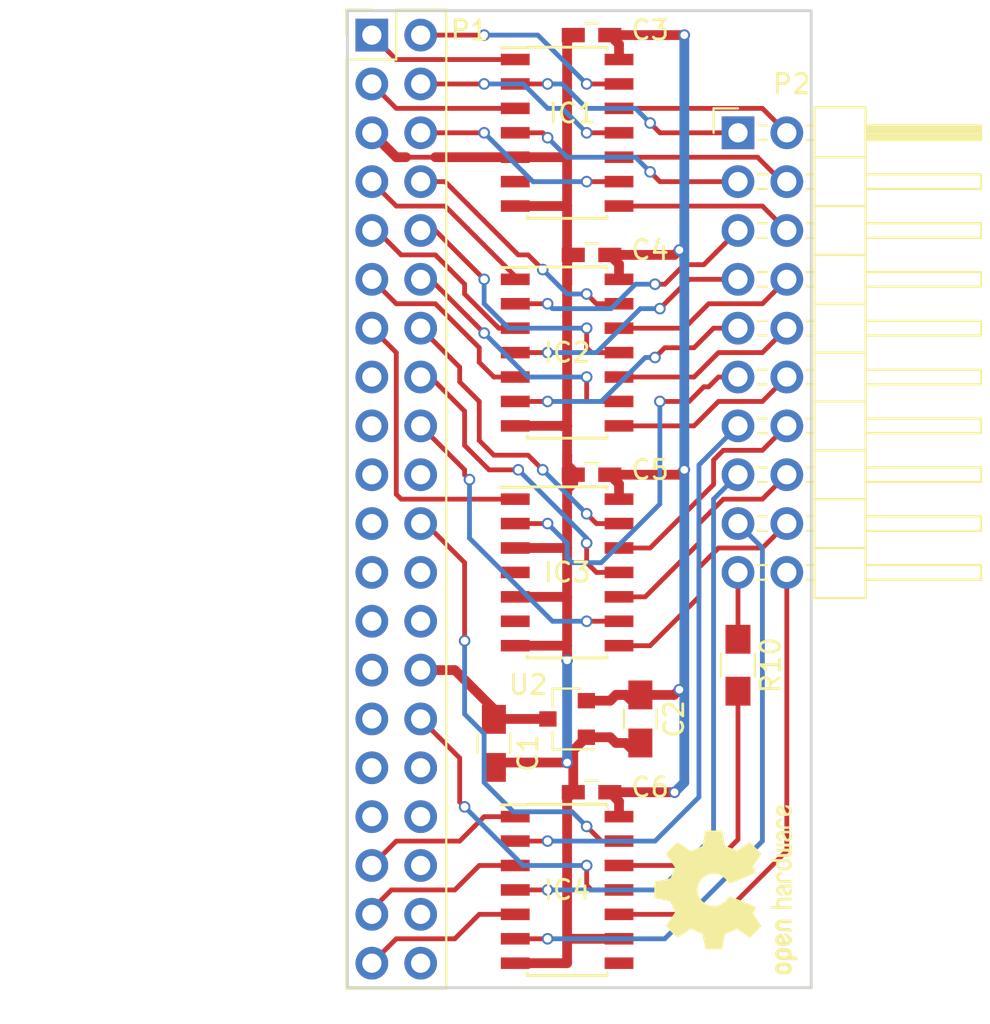
<source format=kicad_pcb>
(kicad_pcb (version 4) (host pcbnew 4.0.4-stable)

  (general
    (links 67)
    (no_connects 0)
    (area 107.874999 82.474999 132.155001 133.425001)
    (thickness 1.6)
    (drawings 4)
    (tracks 366)
    (zones 0)
    (modules 15)
    (nets 45)
  )

  (page A4)
  (layers
    (0 F.Cu signal)
    (31 B.Cu signal)
    (32 B.Adhes user)
    (33 F.Adhes user)
    (34 B.Paste user)
    (35 F.Paste user)
    (36 B.SilkS user)
    (37 F.SilkS user)
    (38 B.Mask user)
    (39 F.Mask user)
    (40 Dwgs.User user)
    (41 Cmts.User user)
    (42 Eco1.User user)
    (43 Eco2.User user)
    (44 Edge.Cuts user)
    (45 Margin user)
    (46 B.CrtYd user)
    (47 F.CrtYd user)
    (48 B.Fab user)
    (49 F.Fab user)
  )

  (setup
    (last_trace_width 0.25)
    (user_trace_width 0.508)
    (trace_clearance 0.2)
    (zone_clearance 0.508)
    (zone_45_only no)
    (trace_min 0.2)
    (segment_width 0.2)
    (edge_width 0.15)
    (via_size 0.6)
    (via_drill 0.4)
    (via_min_size 0.4)
    (via_min_drill 0.3)
    (uvia_size 0.3)
    (uvia_drill 0.1)
    (uvias_allowed no)
    (uvia_min_size 0.2)
    (uvia_min_drill 0.1)
    (pcb_text_width 0.3)
    (pcb_text_size 1.5 1.5)
    (mod_edge_width 0.15)
    (mod_text_size 1 1)
    (mod_text_width 0.15)
    (pad_size 1.524 1.524)
    (pad_drill 0.762)
    (pad_to_mask_clearance 0.2)
    (aux_axis_origin 0 0)
    (visible_elements 7FFEFFFF)
    (pcbplotparams
      (layerselection 0x010f0_80000001)
      (usegerberextensions false)
      (excludeedgelayer true)
      (linewidth 0.100000)
      (plotframeref false)
      (viasonmask false)
      (mode 1)
      (useauxorigin false)
      (hpglpennumber 1)
      (hpglpenspeed 20)
      (hpglpendiameter 15)
      (hpglpenoverlay 2)
      (psnegative false)
      (psa4output false)
      (plotreference true)
      (plotvalue true)
      (plotinvisibletext false)
      (padsonsilk false)
      (subtractmaskfromsilk false)
      (outputformat 1)
      (mirror false)
      (drillshape 0)
      (scaleselection 1)
      (outputdirectory gerber))
  )

  (net 0 "")
  (net 1 +5V)
  (net 2 GND)
  (net 3 +3V3)
  (net 4 "Net-(IC1-Pad1)")
  (net 5 D0)
  (net 6 "Net-(IC1-Pad3)")
  (net 7 D1)
  (net 8 D2)
  (net 9 D3)
  (net 10 "Net-(IC1-Pad9)")
  (net 11 A0)
  (net 12 "Net-(IC1-Pad11)")
  (net 13 A1)
  (net 14 "Net-(IC1-Pad13)")
  (net 15 "Net-(IC2-Pad1)")
  (net 16 AN2)
  (net 17 "Net-(IC2-Pad3)")
  (net 18 AN1)
  (net 19 "Net-(IC2-Pad5)")
  (net 20 AN0)
  (net 21 "Net-(IC3-Pad1)")
  (net 22 A2)
  (net 23 A3)
  (net 24 A4)
  (net 25 D4)
  (net 26 "Net-(IC3-Pad9)")
  (net 27 D5)
  (net 28 "Net-(IC3-Pad11)")
  (net 29 D6)
  (net 30 "Net-(IC3-Pad13)")
  (net 31 "Net-(IC4-Pad3)")
  (net 32 D7)
  (net 33 "Net-(IC4-Pad5)")
  (net 34 RW)
  (net 35 CS)
  (net 36 "Net-(IC4-Pad11)")
  (net 37 HALT)
  (net 38 "Net-(IC4-Pad13)")
  (net 39 "Net-(IC2-Pad9)")
  (net 40 "Net-(IC2-Pad11)")
  (net 41 "Net-(IC2-Pad13)")
  (net 42 "Net-(IC4-Pad1)")
  (net 43 PHI2)
  (net 44 "Net-(P2-Pad19)")

  (net_class Default "This is the default net class."
    (clearance 0.2)
    (trace_width 0.25)
    (via_dia 0.6)
    (via_drill 0.4)
    (uvia_dia 0.3)
    (uvia_drill 0.1)
    (add_net +3V3)
    (add_net +5V)
    (add_net A0)
    (add_net A1)
    (add_net A2)
    (add_net A3)
    (add_net A4)
    (add_net AN0)
    (add_net AN1)
    (add_net AN2)
    (add_net CS)
    (add_net D0)
    (add_net D1)
    (add_net D2)
    (add_net D3)
    (add_net D4)
    (add_net D5)
    (add_net D6)
    (add_net D7)
    (add_net GND)
    (add_net HALT)
    (add_net "Net-(IC1-Pad1)")
    (add_net "Net-(IC1-Pad11)")
    (add_net "Net-(IC1-Pad13)")
    (add_net "Net-(IC1-Pad3)")
    (add_net "Net-(IC1-Pad9)")
    (add_net "Net-(IC2-Pad1)")
    (add_net "Net-(IC2-Pad11)")
    (add_net "Net-(IC2-Pad13)")
    (add_net "Net-(IC2-Pad3)")
    (add_net "Net-(IC2-Pad5)")
    (add_net "Net-(IC2-Pad9)")
    (add_net "Net-(IC3-Pad1)")
    (add_net "Net-(IC3-Pad11)")
    (add_net "Net-(IC3-Pad13)")
    (add_net "Net-(IC3-Pad9)")
    (add_net "Net-(IC4-Pad1)")
    (add_net "Net-(IC4-Pad11)")
    (add_net "Net-(IC4-Pad13)")
    (add_net "Net-(IC4-Pad3)")
    (add_net "Net-(IC4-Pad5)")
    (add_net "Net-(P2-Pad19)")
    (add_net PHI2)
    (add_net RW)
  )

  (module Housings_SOIC:SOIC-14_3.9x8.7mm_Pitch1.27mm (layer F.Cu) (tedit 5A302C6A) (tstamp 5A2EFCE0)
    (at 119.38 88.9)
    (descr "14-Lead Plastic Small Outline (SL) - Narrow, 3.90 mm Body [SOIC] (see Microchip Packaging Specification 00000049BS.pdf)")
    (tags "SOIC 1.27")
    (path /59608C85)
    (attr smd)
    (fp_text reference IC1 (at 0.254 -1.016) (layer F.SilkS)
      (effects (font (size 1 1) (thickness 0.15)))
    )
    (fp_text value 74HC14D (at 0 5.375) (layer F.Fab)
      (effects (font (size 1 1) (thickness 0.15)))
    )
    (fp_text user %R (at 0.254 -1.016) (layer F.Fab)
      (effects (font (size 0.9 0.9) (thickness 0.135)))
    )
    (fp_line (start -0.95 -4.35) (end 1.95 -4.35) (layer F.Fab) (width 0.15))
    (fp_line (start 1.95 -4.35) (end 1.95 4.35) (layer F.Fab) (width 0.15))
    (fp_line (start 1.95 4.35) (end -1.95 4.35) (layer F.Fab) (width 0.15))
    (fp_line (start -1.95 4.35) (end -1.95 -3.35) (layer F.Fab) (width 0.15))
    (fp_line (start -1.95 -3.35) (end -0.95 -4.35) (layer F.Fab) (width 0.15))
    (fp_line (start -3.7 -4.65) (end -3.7 4.65) (layer F.CrtYd) (width 0.05))
    (fp_line (start 3.7 -4.65) (end 3.7 4.65) (layer F.CrtYd) (width 0.05))
    (fp_line (start -3.7 -4.65) (end 3.7 -4.65) (layer F.CrtYd) (width 0.05))
    (fp_line (start -3.7 4.65) (end 3.7 4.65) (layer F.CrtYd) (width 0.05))
    (fp_line (start -2.075 -4.45) (end -2.075 -4.425) (layer F.SilkS) (width 0.15))
    (fp_line (start 2.075 -4.45) (end 2.075 -4.335) (layer F.SilkS) (width 0.15))
    (fp_line (start 2.075 4.45) (end 2.075 4.335) (layer F.SilkS) (width 0.15))
    (fp_line (start -2.075 4.45) (end -2.075 4.335) (layer F.SilkS) (width 0.15))
    (fp_line (start -2.075 -4.45) (end 2.075 -4.45) (layer F.SilkS) (width 0.15))
    (fp_line (start -2.075 4.45) (end 2.075 4.45) (layer F.SilkS) (width 0.15))
    (fp_line (start -2.075 -4.425) (end -3.45 -4.425) (layer F.SilkS) (width 0.15))
    (pad 1 smd rect (at -2.7 -3.81) (size 1.5 0.6) (layers F.Cu F.Paste F.Mask)
      (net 4 "Net-(IC1-Pad1)"))
    (pad 2 smd rect (at -2.7 -2.54) (size 1.5 0.6) (layers F.Cu F.Paste F.Mask)
      (net 13 A1))
    (pad 3 smd rect (at -2.7 -1.27) (size 1.5 0.6) (layers F.Cu F.Paste F.Mask)
      (net 6 "Net-(IC1-Pad3)"))
    (pad 4 smd rect (at -2.7 0) (size 1.5 0.6) (layers F.Cu F.Paste F.Mask)
      (net 11 A0))
    (pad 5 smd rect (at -2.7 1.27) (size 1.5 0.6) (layers F.Cu F.Paste F.Mask)
      (net 2 GND))
    (pad 6 smd rect (at -2.7 2.54) (size 1.5 0.6) (layers F.Cu F.Paste F.Mask))
    (pad 7 smd rect (at -2.7 3.81) (size 1.5 0.6) (layers F.Cu F.Paste F.Mask)
      (net 2 GND))
    (pad 8 smd rect (at 2.7 3.81) (size 1.5 0.6) (layers F.Cu F.Paste F.Mask)
      (net 24 A4))
    (pad 9 smd rect (at 2.7 2.54) (size 1.5 0.6) (layers F.Cu F.Paste F.Mask)
      (net 10 "Net-(IC1-Pad9)"))
    (pad 10 smd rect (at 2.7 1.27) (size 1.5 0.6) (layers F.Cu F.Paste F.Mask)
      (net 23 A3))
    (pad 11 smd rect (at 2.7 0) (size 1.5 0.6) (layers F.Cu F.Paste F.Mask)
      (net 12 "Net-(IC1-Pad11)"))
    (pad 12 smd rect (at 2.7 -1.27) (size 1.5 0.6) (layers F.Cu F.Paste F.Mask)
      (net 22 A2))
    (pad 13 smd rect (at 2.7 -2.54) (size 1.5 0.6) (layers F.Cu F.Paste F.Mask)
      (net 14 "Net-(IC1-Pad13)"))
    (pad 14 smd rect (at 2.7 -3.81) (size 1.5 0.6) (layers F.Cu F.Paste F.Mask)
      (net 3 +3V3))
    (model ${KISYS3DMOD}/Housings_SOIC.3dshapes/SOIC-14_3.9x8.7mm_Pitch1.27mm.wrl
      (at (xyz 0 0 0))
      (scale (xyz 1 1 1))
      (rotate (xyz 0 0 0))
    )
  )

  (module Housings_SOIC:SOIC-14_3.9x8.7mm_Pitch1.27mm (layer F.Cu) (tedit 5A302C74) (tstamp 5A2EFCF2)
    (at 119.38 100.33)
    (descr "14-Lead Plastic Small Outline (SL) - Narrow, 3.90 mm Body [SOIC] (see Microchip Packaging Specification 00000049BS.pdf)")
    (tags "SOIC 1.27")
    (path /59609BB1)
    (attr smd)
    (fp_text reference IC2 (at 0 0) (layer F.SilkS)
      (effects (font (size 1 1) (thickness 0.15)))
    )
    (fp_text value 74HC14D (at 0 5.375) (layer F.Fab)
      (effects (font (size 1 1) (thickness 0.15)))
    )
    (fp_text user %R (at 0 0) (layer F.Fab)
      (effects (font (size 0.9 0.9) (thickness 0.135)))
    )
    (fp_line (start -0.95 -4.35) (end 1.95 -4.35) (layer F.Fab) (width 0.15))
    (fp_line (start 1.95 -4.35) (end 1.95 4.35) (layer F.Fab) (width 0.15))
    (fp_line (start 1.95 4.35) (end -1.95 4.35) (layer F.Fab) (width 0.15))
    (fp_line (start -1.95 4.35) (end -1.95 -3.35) (layer F.Fab) (width 0.15))
    (fp_line (start -1.95 -3.35) (end -0.95 -4.35) (layer F.Fab) (width 0.15))
    (fp_line (start -3.7 -4.65) (end -3.7 4.65) (layer F.CrtYd) (width 0.05))
    (fp_line (start 3.7 -4.65) (end 3.7 4.65) (layer F.CrtYd) (width 0.05))
    (fp_line (start -3.7 -4.65) (end 3.7 -4.65) (layer F.CrtYd) (width 0.05))
    (fp_line (start -3.7 4.65) (end 3.7 4.65) (layer F.CrtYd) (width 0.05))
    (fp_line (start -2.075 -4.45) (end -2.075 -4.425) (layer F.SilkS) (width 0.15))
    (fp_line (start 2.075 -4.45) (end 2.075 -4.335) (layer F.SilkS) (width 0.15))
    (fp_line (start 2.075 4.45) (end 2.075 4.335) (layer F.SilkS) (width 0.15))
    (fp_line (start -2.075 4.45) (end -2.075 4.335) (layer F.SilkS) (width 0.15))
    (fp_line (start -2.075 -4.45) (end 2.075 -4.45) (layer F.SilkS) (width 0.15))
    (fp_line (start -2.075 4.45) (end 2.075 4.45) (layer F.SilkS) (width 0.15))
    (fp_line (start -2.075 -4.425) (end -3.45 -4.425) (layer F.SilkS) (width 0.15))
    (pad 1 smd rect (at -2.7 -3.81) (size 1.5 0.6) (layers F.Cu F.Paste F.Mask)
      (net 15 "Net-(IC2-Pad1)"))
    (pad 2 smd rect (at -2.7 -2.54) (size 1.5 0.6) (layers F.Cu F.Paste F.Mask)
      (net 9 D3))
    (pad 3 smd rect (at -2.7 -1.27) (size 1.5 0.6) (layers F.Cu F.Paste F.Mask)
      (net 17 "Net-(IC2-Pad3)"))
    (pad 4 smd rect (at -2.7 0) (size 1.5 0.6) (layers F.Cu F.Paste F.Mask)
      (net 8 D2))
    (pad 5 smd rect (at -2.7 1.27) (size 1.5 0.6) (layers F.Cu F.Paste F.Mask)
      (net 19 "Net-(IC2-Pad5)"))
    (pad 6 smd rect (at -2.7 2.54) (size 1.5 0.6) (layers F.Cu F.Paste F.Mask)
      (net 7 D1))
    (pad 7 smd rect (at -2.7 3.81) (size 1.5 0.6) (layers F.Cu F.Paste F.Mask)
      (net 2 GND))
    (pad 8 smd rect (at 2.7 3.81) (size 1.5 0.6) (layers F.Cu F.Paste F.Mask)
      (net 29 D6))
    (pad 9 smd rect (at 2.7 2.54) (size 1.5 0.6) (layers F.Cu F.Paste F.Mask)
      (net 39 "Net-(IC2-Pad9)"))
    (pad 10 smd rect (at 2.7 1.27) (size 1.5 0.6) (layers F.Cu F.Paste F.Mask)
      (net 27 D5))
    (pad 11 smd rect (at 2.7 0) (size 1.5 0.6) (layers F.Cu F.Paste F.Mask)
      (net 40 "Net-(IC2-Pad11)"))
    (pad 12 smd rect (at 2.7 -1.27) (size 1.5 0.6) (layers F.Cu F.Paste F.Mask)
      (net 25 D4))
    (pad 13 smd rect (at 2.7 -2.54) (size 1.5 0.6) (layers F.Cu F.Paste F.Mask)
      (net 41 "Net-(IC2-Pad13)"))
    (pad 14 smd rect (at 2.7 -3.81) (size 1.5 0.6) (layers F.Cu F.Paste F.Mask)
      (net 3 +3V3))
    (model ${KISYS3DMOD}/Housings_SOIC.3dshapes/SOIC-14_3.9x8.7mm_Pitch1.27mm.wrl
      (at (xyz 0 0 0))
      (scale (xyz 1 1 1))
      (rotate (xyz 0 0 0))
    )
  )

  (module Housings_SOIC:SOIC-14_3.9x8.7mm_Pitch1.27mm (layer F.Cu) (tedit 5A302C7A) (tstamp 5A2EFD04)
    (at 119.38 111.76)
    (descr "14-Lead Plastic Small Outline (SL) - Narrow, 3.90 mm Body [SOIC] (see Microchip Packaging Specification 00000049BS.pdf)")
    (tags "SOIC 1.27")
    (path /5960A76D)
    (attr smd)
    (fp_text reference IC3 (at 0 0) (layer F.SilkS)
      (effects (font (size 1 1) (thickness 0.15)))
    )
    (fp_text value 74HC14D (at 0 5.375) (layer F.Fab)
      (effects (font (size 1 1) (thickness 0.15)))
    )
    (fp_text user %R (at 0 0) (layer F.Fab)
      (effects (font (size 0.9 0.9) (thickness 0.135)))
    )
    (fp_line (start -0.95 -4.35) (end 1.95 -4.35) (layer F.Fab) (width 0.15))
    (fp_line (start 1.95 -4.35) (end 1.95 4.35) (layer F.Fab) (width 0.15))
    (fp_line (start 1.95 4.35) (end -1.95 4.35) (layer F.Fab) (width 0.15))
    (fp_line (start -1.95 4.35) (end -1.95 -3.35) (layer F.Fab) (width 0.15))
    (fp_line (start -1.95 -3.35) (end -0.95 -4.35) (layer F.Fab) (width 0.15))
    (fp_line (start -3.7 -4.65) (end -3.7 4.65) (layer F.CrtYd) (width 0.05))
    (fp_line (start 3.7 -4.65) (end 3.7 4.65) (layer F.CrtYd) (width 0.05))
    (fp_line (start -3.7 -4.65) (end 3.7 -4.65) (layer F.CrtYd) (width 0.05))
    (fp_line (start -3.7 4.65) (end 3.7 4.65) (layer F.CrtYd) (width 0.05))
    (fp_line (start -2.075 -4.45) (end -2.075 -4.425) (layer F.SilkS) (width 0.15))
    (fp_line (start 2.075 -4.45) (end 2.075 -4.335) (layer F.SilkS) (width 0.15))
    (fp_line (start 2.075 4.45) (end 2.075 4.335) (layer F.SilkS) (width 0.15))
    (fp_line (start -2.075 4.45) (end -2.075 4.335) (layer F.SilkS) (width 0.15))
    (fp_line (start -2.075 -4.45) (end 2.075 -4.45) (layer F.SilkS) (width 0.15))
    (fp_line (start -2.075 4.45) (end 2.075 4.45) (layer F.SilkS) (width 0.15))
    (fp_line (start -2.075 -4.425) (end -3.45 -4.425) (layer F.SilkS) (width 0.15))
    (pad 1 smd rect (at -2.7 -3.81) (size 1.5 0.6) (layers F.Cu F.Paste F.Mask)
      (net 21 "Net-(IC3-Pad1)"))
    (pad 2 smd rect (at -2.7 -2.54) (size 1.5 0.6) (layers F.Cu F.Paste F.Mask)
      (net 5 D0))
    (pad 3 smd rect (at -2.7 -1.27) (size 1.5 0.6) (layers F.Cu F.Paste F.Mask)
      (net 2 GND))
    (pad 4 smd rect (at -2.7 0) (size 1.5 0.6) (layers F.Cu F.Paste F.Mask))
    (pad 5 smd rect (at -2.7 1.27) (size 1.5 0.6) (layers F.Cu F.Paste F.Mask)
      (net 2 GND))
    (pad 6 smd rect (at -2.7 2.54) (size 1.5 0.6) (layers F.Cu F.Paste F.Mask))
    (pad 7 smd rect (at -2.7 3.81) (size 1.5 0.6) (layers F.Cu F.Paste F.Mask)
      (net 2 GND))
    (pad 8 smd rect (at 2.7 3.81) (size 1.5 0.6) (layers F.Cu F.Paste F.Mask)
      (net 35 CS))
    (pad 9 smd rect (at 2.7 2.54) (size 1.5 0.6) (layers F.Cu F.Paste F.Mask)
      (net 26 "Net-(IC3-Pad9)"))
    (pad 10 smd rect (at 2.7 1.27) (size 1.5 0.6) (layers F.Cu F.Paste F.Mask)
      (net 34 RW))
    (pad 11 smd rect (at 2.7 0) (size 1.5 0.6) (layers F.Cu F.Paste F.Mask)
      (net 28 "Net-(IC3-Pad11)"))
    (pad 12 smd rect (at 2.7 -1.27) (size 1.5 0.6) (layers F.Cu F.Paste F.Mask)
      (net 32 D7))
    (pad 13 smd rect (at 2.7 -2.54) (size 1.5 0.6) (layers F.Cu F.Paste F.Mask)
      (net 30 "Net-(IC3-Pad13)"))
    (pad 14 smd rect (at 2.7 -3.81) (size 1.5 0.6) (layers F.Cu F.Paste F.Mask)
      (net 3 +3V3))
    (model ${KISYS3DMOD}/Housings_SOIC.3dshapes/SOIC-14_3.9x8.7mm_Pitch1.27mm.wrl
      (at (xyz 0 0 0))
      (scale (xyz 1 1 1))
      (rotate (xyz 0 0 0))
    )
  )

  (module Housings_SOIC:SOIC-14_3.9x8.7mm_Pitch1.27mm (layer F.Cu) (tedit 5A302C9A) (tstamp 5A2EFD16)
    (at 119.38 128.27)
    (descr "14-Lead Plastic Small Outline (SL) - Narrow, 3.90 mm Body [SOIC] (see Microchip Packaging Specification 00000049BS.pdf)")
    (tags "SOIC 1.27")
    (path /5960B79A)
    (attr smd)
    (fp_text reference IC4 (at 0 0) (layer F.SilkS)
      (effects (font (size 1 1) (thickness 0.15)))
    )
    (fp_text value 74HC14D (at 0 5.375) (layer F.Fab)
      (effects (font (size 1 1) (thickness 0.15)))
    )
    (fp_text user %R (at 0 0) (layer F.Fab)
      (effects (font (size 0.9 0.9) (thickness 0.135)))
    )
    (fp_line (start -0.95 -4.35) (end 1.95 -4.35) (layer F.Fab) (width 0.15))
    (fp_line (start 1.95 -4.35) (end 1.95 4.35) (layer F.Fab) (width 0.15))
    (fp_line (start 1.95 4.35) (end -1.95 4.35) (layer F.Fab) (width 0.15))
    (fp_line (start -1.95 4.35) (end -1.95 -3.35) (layer F.Fab) (width 0.15))
    (fp_line (start -1.95 -3.35) (end -0.95 -4.35) (layer F.Fab) (width 0.15))
    (fp_line (start -3.7 -4.65) (end -3.7 4.65) (layer F.CrtYd) (width 0.05))
    (fp_line (start 3.7 -4.65) (end 3.7 4.65) (layer F.CrtYd) (width 0.05))
    (fp_line (start -3.7 -4.65) (end 3.7 -4.65) (layer F.CrtYd) (width 0.05))
    (fp_line (start -3.7 4.65) (end 3.7 4.65) (layer F.CrtYd) (width 0.05))
    (fp_line (start -2.075 -4.45) (end -2.075 -4.425) (layer F.SilkS) (width 0.15))
    (fp_line (start 2.075 -4.45) (end 2.075 -4.335) (layer F.SilkS) (width 0.15))
    (fp_line (start 2.075 4.45) (end 2.075 4.335) (layer F.SilkS) (width 0.15))
    (fp_line (start -2.075 4.45) (end -2.075 4.335) (layer F.SilkS) (width 0.15))
    (fp_line (start -2.075 -4.45) (end 2.075 -4.45) (layer F.SilkS) (width 0.15))
    (fp_line (start -2.075 4.45) (end 2.075 4.45) (layer F.SilkS) (width 0.15))
    (fp_line (start -2.075 -4.425) (end -3.45 -4.425) (layer F.SilkS) (width 0.15))
    (pad 1 smd rect (at -2.7 -3.81) (size 1.5 0.6) (layers F.Cu F.Paste F.Mask)
      (net 42 "Net-(IC4-Pad1)"))
    (pad 2 smd rect (at -2.7 -2.54) (size 1.5 0.6) (layers F.Cu F.Paste F.Mask)
      (net 20 AN0))
    (pad 3 smd rect (at -2.7 -1.27) (size 1.5 0.6) (layers F.Cu F.Paste F.Mask)
      (net 31 "Net-(IC4-Pad3)"))
    (pad 4 smd rect (at -2.7 0) (size 1.5 0.6) (layers F.Cu F.Paste F.Mask)
      (net 18 AN1))
    (pad 5 smd rect (at -2.7 1.27) (size 1.5 0.6) (layers F.Cu F.Paste F.Mask)
      (net 33 "Net-(IC4-Pad5)"))
    (pad 6 smd rect (at -2.7 2.54) (size 1.5 0.6) (layers F.Cu F.Paste F.Mask)
      (net 16 AN2))
    (pad 7 smd rect (at -2.7 3.81) (size 1.5 0.6) (layers F.Cu F.Paste F.Mask)
      (net 2 GND))
    (pad 8 smd rect (at 2.7 3.81) (size 1.5 0.6) (layers F.Cu F.Paste F.Mask))
    (pad 9 smd rect (at 2.7 2.54) (size 1.5 0.6) (layers F.Cu F.Paste F.Mask)
      (net 2 GND))
    (pad 10 smd rect (at 2.7 1.27) (size 1.5 0.6) (layers F.Cu F.Paste F.Mask)
      (net 37 HALT))
    (pad 11 smd rect (at 2.7 0) (size 1.5 0.6) (layers F.Cu F.Paste F.Mask)
      (net 36 "Net-(IC4-Pad11)"))
    (pad 12 smd rect (at 2.7 -1.27) (size 1.5 0.6) (layers F.Cu F.Paste F.Mask)
      (net 43 PHI2))
    (pad 13 smd rect (at 2.7 -2.54) (size 1.5 0.6) (layers F.Cu F.Paste F.Mask)
      (net 38 "Net-(IC4-Pad13)"))
    (pad 14 smd rect (at 2.7 -3.81) (size 1.5 0.6) (layers F.Cu F.Paste F.Mask)
      (net 3 +3V3))
    (model ${KISYS3DMOD}/Housings_SOIC.3dshapes/SOIC-14_3.9x8.7mm_Pitch1.27mm.wrl
      (at (xyz 0 0 0))
      (scale (xyz 1 1 1))
      (rotate (xyz 0 0 0))
    )
  )

  (module Pin_Headers:Pin_Header_Straight_2x20_Pitch2.54mm (layer F.Cu) (tedit 5A302C5A) (tstamp 5A2EFD42)
    (at 109.22 83.82)
    (descr "Through hole straight pin header, 2x20, 2.54mm pitch, double rows")
    (tags "Through hole pin header THT 2x20 2.54mm double row")
    (path /5A301E2A)
    (fp_text reference P1 (at 5.08 -0.254) (layer F.SilkS)
      (effects (font (size 1 1) (thickness 0.15)))
    )
    (fp_text value CONN_02X20 (at 1.27 50.59) (layer F.Fab)
      (effects (font (size 1 1) (thickness 0.15)))
    )
    (fp_line (start 0 -1.27) (end 3.81 -1.27) (layer F.Fab) (width 0.1))
    (fp_line (start 3.81 -1.27) (end 3.81 49.53) (layer F.Fab) (width 0.1))
    (fp_line (start 3.81 49.53) (end -1.27 49.53) (layer F.Fab) (width 0.1))
    (fp_line (start -1.27 49.53) (end -1.27 0) (layer F.Fab) (width 0.1))
    (fp_line (start -1.27 0) (end 0 -1.27) (layer F.Fab) (width 0.1))
    (fp_line (start -1.33 49.59) (end 3.87 49.59) (layer F.SilkS) (width 0.12))
    (fp_line (start -1.33 1.27) (end -1.33 49.59) (layer F.SilkS) (width 0.12))
    (fp_line (start 3.87 -1.33) (end 3.87 49.59) (layer F.SilkS) (width 0.12))
    (fp_line (start -1.33 1.27) (end 1.27 1.27) (layer F.SilkS) (width 0.12))
    (fp_line (start 1.27 1.27) (end 1.27 -1.33) (layer F.SilkS) (width 0.12))
    (fp_line (start 1.27 -1.33) (end 3.87 -1.33) (layer F.SilkS) (width 0.12))
    (fp_line (start -1.33 0) (end -1.33 -1.33) (layer F.SilkS) (width 0.12))
    (fp_line (start -1.33 -1.33) (end 0 -1.33) (layer F.SilkS) (width 0.12))
    (fp_line (start -1.8 -1.8) (end -1.8 50.05) (layer F.CrtYd) (width 0.05))
    (fp_line (start -1.8 50.05) (end 4.35 50.05) (layer F.CrtYd) (width 0.05))
    (fp_line (start 4.35 50.05) (end 4.35 -1.8) (layer F.CrtYd) (width 0.05))
    (fp_line (start 4.35 -1.8) (end -1.8 -1.8) (layer F.CrtYd) (width 0.05))
    (fp_text user %R (at 1.27 24.13 90) (layer F.Fab)
      (effects (font (size 1 1) (thickness 0.15)))
    )
    (pad 1 thru_hole rect (at 0 0) (size 1.7 1.7) (drill 1) (layers *.Cu *.Mask)
      (net 4 "Net-(IC1-Pad1)"))
    (pad 2 thru_hole oval (at 2.54 0) (size 1.7 1.7) (drill 1) (layers *.Cu *.Mask)
      (net 14 "Net-(IC1-Pad13)"))
    (pad 3 thru_hole oval (at 0 2.54) (size 1.7 1.7) (drill 1) (layers *.Cu *.Mask)
      (net 6 "Net-(IC1-Pad3)"))
    (pad 4 thru_hole oval (at 2.54 2.54) (size 1.7 1.7) (drill 1) (layers *.Cu *.Mask)
      (net 12 "Net-(IC1-Pad11)"))
    (pad 5 thru_hole oval (at 0 5.08) (size 1.7 1.7) (drill 1) (layers *.Cu *.Mask)
      (net 2 GND))
    (pad 6 thru_hole oval (at 2.54 5.08) (size 1.7 1.7) (drill 1) (layers *.Cu *.Mask)
      (net 10 "Net-(IC1-Pad9)"))
    (pad 7 thru_hole oval (at 0 7.62) (size 1.7 1.7) (drill 1) (layers *.Cu *.Mask)
      (net 15 "Net-(IC2-Pad1)"))
    (pad 8 thru_hole oval (at 2.54 7.62) (size 1.7 1.7) (drill 1) (layers *.Cu *.Mask)
      (net 41 "Net-(IC2-Pad13)"))
    (pad 9 thru_hole oval (at 0 10.16) (size 1.7 1.7) (drill 1) (layers *.Cu *.Mask)
      (net 17 "Net-(IC2-Pad3)"))
    (pad 10 thru_hole oval (at 2.54 10.16) (size 1.7 1.7) (drill 1) (layers *.Cu *.Mask)
      (net 40 "Net-(IC2-Pad11)"))
    (pad 11 thru_hole oval (at 0 12.7) (size 1.7 1.7) (drill 1) (layers *.Cu *.Mask)
      (net 19 "Net-(IC2-Pad5)"))
    (pad 12 thru_hole oval (at 2.54 12.7) (size 1.7 1.7) (drill 1) (layers *.Cu *.Mask)
      (net 39 "Net-(IC2-Pad9)"))
    (pad 13 thru_hole oval (at 0 15.24) (size 1.7 1.7) (drill 1) (layers *.Cu *.Mask)
      (net 21 "Net-(IC3-Pad1)"))
    (pad 14 thru_hole oval (at 2.54 15.24) (size 1.7 1.7) (drill 1) (layers *.Cu *.Mask)
      (net 30 "Net-(IC3-Pad13)"))
    (pad 15 thru_hole oval (at 0 17.78) (size 1.7 1.7) (drill 1) (layers *.Cu *.Mask))
    (pad 16 thru_hole oval (at 2.54 17.78) (size 1.7 1.7) (drill 1) (layers *.Cu *.Mask)
      (net 28 "Net-(IC3-Pad11)"))
    (pad 17 thru_hole oval (at 0 20.32) (size 1.7 1.7) (drill 1) (layers *.Cu *.Mask))
    (pad 18 thru_hole oval (at 2.54 20.32) (size 1.7 1.7) (drill 1) (layers *.Cu *.Mask)
      (net 26 "Net-(IC3-Pad9)"))
    (pad 19 thru_hole oval (at 0 22.86) (size 1.7 1.7) (drill 1) (layers *.Cu *.Mask))
    (pad 20 thru_hole oval (at 2.54 22.86) (size 1.7 1.7) (drill 1) (layers *.Cu *.Mask))
    (pad 21 thru_hole oval (at 0 25.4) (size 1.7 1.7) (drill 1) (layers *.Cu *.Mask))
    (pad 22 thru_hole oval (at 2.54 25.4) (size 1.7 1.7) (drill 1) (layers *.Cu *.Mask)
      (net 38 "Net-(IC4-Pad13)"))
    (pad 23 thru_hole oval (at 0 27.94) (size 1.7 1.7) (drill 1) (layers *.Cu *.Mask))
    (pad 24 thru_hole oval (at 2.54 27.94) (size 1.7 1.7) (drill 1) (layers *.Cu *.Mask))
    (pad 25 thru_hole oval (at 0 30.48) (size 1.7 1.7) (drill 1) (layers *.Cu *.Mask))
    (pad 26 thru_hole oval (at 2.54 30.48) (size 1.7 1.7) (drill 1) (layers *.Cu *.Mask))
    (pad 27 thru_hole oval (at 0 33.02) (size 1.7 1.7) (drill 1) (layers *.Cu *.Mask))
    (pad 28 thru_hole oval (at 2.54 33.02) (size 1.7 1.7) (drill 1) (layers *.Cu *.Mask)
      (net 1 +5V))
    (pad 29 thru_hole oval (at 0 35.56) (size 1.7 1.7) (drill 1) (layers *.Cu *.Mask))
    (pad 30 thru_hole oval (at 2.54 35.56) (size 1.7 1.7) (drill 1) (layers *.Cu *.Mask)
      (net 36 "Net-(IC4-Pad11)"))
    (pad 31 thru_hole oval (at 0 38.1) (size 1.7 1.7) (drill 1) (layers *.Cu *.Mask))
    (pad 32 thru_hole oval (at 2.54 38.1) (size 1.7 1.7) (drill 1) (layers *.Cu *.Mask))
    (pad 33 thru_hole oval (at 0 40.64) (size 1.7 1.7) (drill 1) (layers *.Cu *.Mask))
    (pad 34 thru_hole oval (at 2.54 40.64) (size 1.7 1.7) (drill 1) (layers *.Cu *.Mask))
    (pad 35 thru_hole oval (at 0 43.18) (size 1.7 1.7) (drill 1) (layers *.Cu *.Mask)
      (net 42 "Net-(IC4-Pad1)"))
    (pad 36 thru_hole oval (at 2.54 43.18) (size 1.7 1.7) (drill 1) (layers *.Cu *.Mask))
    (pad 37 thru_hole oval (at 0 45.72) (size 1.7 1.7) (drill 1) (layers *.Cu *.Mask)
      (net 31 "Net-(IC4-Pad3)"))
    (pad 38 thru_hole oval (at 2.54 45.72) (size 1.7 1.7) (drill 1) (layers *.Cu *.Mask))
    (pad 39 thru_hole oval (at 0 48.26) (size 1.7 1.7) (drill 1) (layers *.Cu *.Mask)
      (net 33 "Net-(IC4-Pad5)"))
    (pad 40 thru_hole oval (at 2.54 48.26) (size 1.7 1.7) (drill 1) (layers *.Cu *.Mask))
    (model ${KISYS3DMOD}/Pin_Headers.3dshapes/Pin_Header_Straight_2x20_Pitch2.54mm.wrl
      (at (xyz 0 0 0))
      (scale (xyz 1 1 1))
      (rotate (xyz 0 0 0))
    )
  )

  (module Pin_Headers:Pin_Header_Angled_2x10_Pitch2.54mm (layer F.Cu) (tedit 5A302C5D) (tstamp 5A2EFD5A)
    (at 128.27 88.9)
    (descr "Through hole angled pin header, 2x10, 2.54mm pitch, 6mm pin length, double rows")
    (tags "Through hole angled pin header THT 2x10 2.54mm double row")
    (path /5A2D6700)
    (fp_text reference P2 (at 2.794 -2.54) (layer F.SilkS)
      (effects (font (size 1 1) (thickness 0.15)))
    )
    (fp_text value CONN_02X10 (at 5.655 25.13) (layer F.Fab)
      (effects (font (size 1 1) (thickness 0.15)))
    )
    (fp_line (start 4.675 -1.27) (end 6.58 -1.27) (layer F.Fab) (width 0.1))
    (fp_line (start 6.58 -1.27) (end 6.58 24.13) (layer F.Fab) (width 0.1))
    (fp_line (start 6.58 24.13) (end 4.04 24.13) (layer F.Fab) (width 0.1))
    (fp_line (start 4.04 24.13) (end 4.04 -0.635) (layer F.Fab) (width 0.1))
    (fp_line (start 4.04 -0.635) (end 4.675 -1.27) (layer F.Fab) (width 0.1))
    (fp_line (start -0.32 -0.32) (end 4.04 -0.32) (layer F.Fab) (width 0.1))
    (fp_line (start -0.32 -0.32) (end -0.32 0.32) (layer F.Fab) (width 0.1))
    (fp_line (start -0.32 0.32) (end 4.04 0.32) (layer F.Fab) (width 0.1))
    (fp_line (start 6.58 -0.32) (end 12.58 -0.32) (layer F.Fab) (width 0.1))
    (fp_line (start 12.58 -0.32) (end 12.58 0.32) (layer F.Fab) (width 0.1))
    (fp_line (start 6.58 0.32) (end 12.58 0.32) (layer F.Fab) (width 0.1))
    (fp_line (start -0.32 2.22) (end 4.04 2.22) (layer F.Fab) (width 0.1))
    (fp_line (start -0.32 2.22) (end -0.32 2.86) (layer F.Fab) (width 0.1))
    (fp_line (start -0.32 2.86) (end 4.04 2.86) (layer F.Fab) (width 0.1))
    (fp_line (start 6.58 2.22) (end 12.58 2.22) (layer F.Fab) (width 0.1))
    (fp_line (start 12.58 2.22) (end 12.58 2.86) (layer F.Fab) (width 0.1))
    (fp_line (start 6.58 2.86) (end 12.58 2.86) (layer F.Fab) (width 0.1))
    (fp_line (start -0.32 4.76) (end 4.04 4.76) (layer F.Fab) (width 0.1))
    (fp_line (start -0.32 4.76) (end -0.32 5.4) (layer F.Fab) (width 0.1))
    (fp_line (start -0.32 5.4) (end 4.04 5.4) (layer F.Fab) (width 0.1))
    (fp_line (start 6.58 4.76) (end 12.58 4.76) (layer F.Fab) (width 0.1))
    (fp_line (start 12.58 4.76) (end 12.58 5.4) (layer F.Fab) (width 0.1))
    (fp_line (start 6.58 5.4) (end 12.58 5.4) (layer F.Fab) (width 0.1))
    (fp_line (start -0.32 7.3) (end 4.04 7.3) (layer F.Fab) (width 0.1))
    (fp_line (start -0.32 7.3) (end -0.32 7.94) (layer F.Fab) (width 0.1))
    (fp_line (start -0.32 7.94) (end 4.04 7.94) (layer F.Fab) (width 0.1))
    (fp_line (start 6.58 7.3) (end 12.58 7.3) (layer F.Fab) (width 0.1))
    (fp_line (start 12.58 7.3) (end 12.58 7.94) (layer F.Fab) (width 0.1))
    (fp_line (start 6.58 7.94) (end 12.58 7.94) (layer F.Fab) (width 0.1))
    (fp_line (start -0.32 9.84) (end 4.04 9.84) (layer F.Fab) (width 0.1))
    (fp_line (start -0.32 9.84) (end -0.32 10.48) (layer F.Fab) (width 0.1))
    (fp_line (start -0.32 10.48) (end 4.04 10.48) (layer F.Fab) (width 0.1))
    (fp_line (start 6.58 9.84) (end 12.58 9.84) (layer F.Fab) (width 0.1))
    (fp_line (start 12.58 9.84) (end 12.58 10.48) (layer F.Fab) (width 0.1))
    (fp_line (start 6.58 10.48) (end 12.58 10.48) (layer F.Fab) (width 0.1))
    (fp_line (start -0.32 12.38) (end 4.04 12.38) (layer F.Fab) (width 0.1))
    (fp_line (start -0.32 12.38) (end -0.32 13.02) (layer F.Fab) (width 0.1))
    (fp_line (start -0.32 13.02) (end 4.04 13.02) (layer F.Fab) (width 0.1))
    (fp_line (start 6.58 12.38) (end 12.58 12.38) (layer F.Fab) (width 0.1))
    (fp_line (start 12.58 12.38) (end 12.58 13.02) (layer F.Fab) (width 0.1))
    (fp_line (start 6.58 13.02) (end 12.58 13.02) (layer F.Fab) (width 0.1))
    (fp_line (start -0.32 14.92) (end 4.04 14.92) (layer F.Fab) (width 0.1))
    (fp_line (start -0.32 14.92) (end -0.32 15.56) (layer F.Fab) (width 0.1))
    (fp_line (start -0.32 15.56) (end 4.04 15.56) (layer F.Fab) (width 0.1))
    (fp_line (start 6.58 14.92) (end 12.58 14.92) (layer F.Fab) (width 0.1))
    (fp_line (start 12.58 14.92) (end 12.58 15.56) (layer F.Fab) (width 0.1))
    (fp_line (start 6.58 15.56) (end 12.58 15.56) (layer F.Fab) (width 0.1))
    (fp_line (start -0.32 17.46) (end 4.04 17.46) (layer F.Fab) (width 0.1))
    (fp_line (start -0.32 17.46) (end -0.32 18.1) (layer F.Fab) (width 0.1))
    (fp_line (start -0.32 18.1) (end 4.04 18.1) (layer F.Fab) (width 0.1))
    (fp_line (start 6.58 17.46) (end 12.58 17.46) (layer F.Fab) (width 0.1))
    (fp_line (start 12.58 17.46) (end 12.58 18.1) (layer F.Fab) (width 0.1))
    (fp_line (start 6.58 18.1) (end 12.58 18.1) (layer F.Fab) (width 0.1))
    (fp_line (start -0.32 20) (end 4.04 20) (layer F.Fab) (width 0.1))
    (fp_line (start -0.32 20) (end -0.32 20.64) (layer F.Fab) (width 0.1))
    (fp_line (start -0.32 20.64) (end 4.04 20.64) (layer F.Fab) (width 0.1))
    (fp_line (start 6.58 20) (end 12.58 20) (layer F.Fab) (width 0.1))
    (fp_line (start 12.58 20) (end 12.58 20.64) (layer F.Fab) (width 0.1))
    (fp_line (start 6.58 20.64) (end 12.58 20.64) (layer F.Fab) (width 0.1))
    (fp_line (start -0.32 22.54) (end 4.04 22.54) (layer F.Fab) (width 0.1))
    (fp_line (start -0.32 22.54) (end -0.32 23.18) (layer F.Fab) (width 0.1))
    (fp_line (start -0.32 23.18) (end 4.04 23.18) (layer F.Fab) (width 0.1))
    (fp_line (start 6.58 22.54) (end 12.58 22.54) (layer F.Fab) (width 0.1))
    (fp_line (start 12.58 22.54) (end 12.58 23.18) (layer F.Fab) (width 0.1))
    (fp_line (start 6.58 23.18) (end 12.58 23.18) (layer F.Fab) (width 0.1))
    (fp_line (start 3.98 -1.33) (end 3.98 24.19) (layer F.SilkS) (width 0.12))
    (fp_line (start 3.98 24.19) (end 6.64 24.19) (layer F.SilkS) (width 0.12))
    (fp_line (start 6.64 24.19) (end 6.64 -1.33) (layer F.SilkS) (width 0.12))
    (fp_line (start 6.64 -1.33) (end 3.98 -1.33) (layer F.SilkS) (width 0.12))
    (fp_line (start 6.64 -0.38) (end 12.64 -0.38) (layer F.SilkS) (width 0.12))
    (fp_line (start 12.64 -0.38) (end 12.64 0.38) (layer F.SilkS) (width 0.12))
    (fp_line (start 12.64 0.38) (end 6.64 0.38) (layer F.SilkS) (width 0.12))
    (fp_line (start 6.64 -0.32) (end 12.64 -0.32) (layer F.SilkS) (width 0.12))
    (fp_line (start 6.64 -0.2) (end 12.64 -0.2) (layer F.SilkS) (width 0.12))
    (fp_line (start 6.64 -0.08) (end 12.64 -0.08) (layer F.SilkS) (width 0.12))
    (fp_line (start 6.64 0.04) (end 12.64 0.04) (layer F.SilkS) (width 0.12))
    (fp_line (start 6.64 0.16) (end 12.64 0.16) (layer F.SilkS) (width 0.12))
    (fp_line (start 6.64 0.28) (end 12.64 0.28) (layer F.SilkS) (width 0.12))
    (fp_line (start 3.582929 -0.38) (end 3.98 -0.38) (layer F.SilkS) (width 0.12))
    (fp_line (start 3.582929 0.38) (end 3.98 0.38) (layer F.SilkS) (width 0.12))
    (fp_line (start 1.11 -0.38) (end 1.497071 -0.38) (layer F.SilkS) (width 0.12))
    (fp_line (start 1.11 0.38) (end 1.497071 0.38) (layer F.SilkS) (width 0.12))
    (fp_line (start 3.98 1.27) (end 6.64 1.27) (layer F.SilkS) (width 0.12))
    (fp_line (start 6.64 2.16) (end 12.64 2.16) (layer F.SilkS) (width 0.12))
    (fp_line (start 12.64 2.16) (end 12.64 2.92) (layer F.SilkS) (width 0.12))
    (fp_line (start 12.64 2.92) (end 6.64 2.92) (layer F.SilkS) (width 0.12))
    (fp_line (start 3.582929 2.16) (end 3.98 2.16) (layer F.SilkS) (width 0.12))
    (fp_line (start 3.582929 2.92) (end 3.98 2.92) (layer F.SilkS) (width 0.12))
    (fp_line (start 1.042929 2.16) (end 1.497071 2.16) (layer F.SilkS) (width 0.12))
    (fp_line (start 1.042929 2.92) (end 1.497071 2.92) (layer F.SilkS) (width 0.12))
    (fp_line (start 3.98 3.81) (end 6.64 3.81) (layer F.SilkS) (width 0.12))
    (fp_line (start 6.64 4.7) (end 12.64 4.7) (layer F.SilkS) (width 0.12))
    (fp_line (start 12.64 4.7) (end 12.64 5.46) (layer F.SilkS) (width 0.12))
    (fp_line (start 12.64 5.46) (end 6.64 5.46) (layer F.SilkS) (width 0.12))
    (fp_line (start 3.582929 4.7) (end 3.98 4.7) (layer F.SilkS) (width 0.12))
    (fp_line (start 3.582929 5.46) (end 3.98 5.46) (layer F.SilkS) (width 0.12))
    (fp_line (start 1.042929 4.7) (end 1.497071 4.7) (layer F.SilkS) (width 0.12))
    (fp_line (start 1.042929 5.46) (end 1.497071 5.46) (layer F.SilkS) (width 0.12))
    (fp_line (start 3.98 6.35) (end 6.64 6.35) (layer F.SilkS) (width 0.12))
    (fp_line (start 6.64 7.24) (end 12.64 7.24) (layer F.SilkS) (width 0.12))
    (fp_line (start 12.64 7.24) (end 12.64 8) (layer F.SilkS) (width 0.12))
    (fp_line (start 12.64 8) (end 6.64 8) (layer F.SilkS) (width 0.12))
    (fp_line (start 3.582929 7.24) (end 3.98 7.24) (layer F.SilkS) (width 0.12))
    (fp_line (start 3.582929 8) (end 3.98 8) (layer F.SilkS) (width 0.12))
    (fp_line (start 1.042929 7.24) (end 1.497071 7.24) (layer F.SilkS) (width 0.12))
    (fp_line (start 1.042929 8) (end 1.497071 8) (layer F.SilkS) (width 0.12))
    (fp_line (start 3.98 8.89) (end 6.64 8.89) (layer F.SilkS) (width 0.12))
    (fp_line (start 6.64 9.78) (end 12.64 9.78) (layer F.SilkS) (width 0.12))
    (fp_line (start 12.64 9.78) (end 12.64 10.54) (layer F.SilkS) (width 0.12))
    (fp_line (start 12.64 10.54) (end 6.64 10.54) (layer F.SilkS) (width 0.12))
    (fp_line (start 3.582929 9.78) (end 3.98 9.78) (layer F.SilkS) (width 0.12))
    (fp_line (start 3.582929 10.54) (end 3.98 10.54) (layer F.SilkS) (width 0.12))
    (fp_line (start 1.042929 9.78) (end 1.497071 9.78) (layer F.SilkS) (width 0.12))
    (fp_line (start 1.042929 10.54) (end 1.497071 10.54) (layer F.SilkS) (width 0.12))
    (fp_line (start 3.98 11.43) (end 6.64 11.43) (layer F.SilkS) (width 0.12))
    (fp_line (start 6.64 12.32) (end 12.64 12.32) (layer F.SilkS) (width 0.12))
    (fp_line (start 12.64 12.32) (end 12.64 13.08) (layer F.SilkS) (width 0.12))
    (fp_line (start 12.64 13.08) (end 6.64 13.08) (layer F.SilkS) (width 0.12))
    (fp_line (start 3.582929 12.32) (end 3.98 12.32) (layer F.SilkS) (width 0.12))
    (fp_line (start 3.582929 13.08) (end 3.98 13.08) (layer F.SilkS) (width 0.12))
    (fp_line (start 1.042929 12.32) (end 1.497071 12.32) (layer F.SilkS) (width 0.12))
    (fp_line (start 1.042929 13.08) (end 1.497071 13.08) (layer F.SilkS) (width 0.12))
    (fp_line (start 3.98 13.97) (end 6.64 13.97) (layer F.SilkS) (width 0.12))
    (fp_line (start 6.64 14.86) (end 12.64 14.86) (layer F.SilkS) (width 0.12))
    (fp_line (start 12.64 14.86) (end 12.64 15.62) (layer F.SilkS) (width 0.12))
    (fp_line (start 12.64 15.62) (end 6.64 15.62) (layer F.SilkS) (width 0.12))
    (fp_line (start 3.582929 14.86) (end 3.98 14.86) (layer F.SilkS) (width 0.12))
    (fp_line (start 3.582929 15.62) (end 3.98 15.62) (layer F.SilkS) (width 0.12))
    (fp_line (start 1.042929 14.86) (end 1.497071 14.86) (layer F.SilkS) (width 0.12))
    (fp_line (start 1.042929 15.62) (end 1.497071 15.62) (layer F.SilkS) (width 0.12))
    (fp_line (start 3.98 16.51) (end 6.64 16.51) (layer F.SilkS) (width 0.12))
    (fp_line (start 6.64 17.4) (end 12.64 17.4) (layer F.SilkS) (width 0.12))
    (fp_line (start 12.64 17.4) (end 12.64 18.16) (layer F.SilkS) (width 0.12))
    (fp_line (start 12.64 18.16) (end 6.64 18.16) (layer F.SilkS) (width 0.12))
    (fp_line (start 3.582929 17.4) (end 3.98 17.4) (layer F.SilkS) (width 0.12))
    (fp_line (start 3.582929 18.16) (end 3.98 18.16) (layer F.SilkS) (width 0.12))
    (fp_line (start 1.042929 17.4) (end 1.497071 17.4) (layer F.SilkS) (width 0.12))
    (fp_line (start 1.042929 18.16) (end 1.497071 18.16) (layer F.SilkS) (width 0.12))
    (fp_line (start 3.98 19.05) (end 6.64 19.05) (layer F.SilkS) (width 0.12))
    (fp_line (start 6.64 19.94) (end 12.64 19.94) (layer F.SilkS) (width 0.12))
    (fp_line (start 12.64 19.94) (end 12.64 20.7) (layer F.SilkS) (width 0.12))
    (fp_line (start 12.64 20.7) (end 6.64 20.7) (layer F.SilkS) (width 0.12))
    (fp_line (start 3.582929 19.94) (end 3.98 19.94) (layer F.SilkS) (width 0.12))
    (fp_line (start 3.582929 20.7) (end 3.98 20.7) (layer F.SilkS) (width 0.12))
    (fp_line (start 1.042929 19.94) (end 1.497071 19.94) (layer F.SilkS) (width 0.12))
    (fp_line (start 1.042929 20.7) (end 1.497071 20.7) (layer F.SilkS) (width 0.12))
    (fp_line (start 3.98 21.59) (end 6.64 21.59) (layer F.SilkS) (width 0.12))
    (fp_line (start 6.64 22.48) (end 12.64 22.48) (layer F.SilkS) (width 0.12))
    (fp_line (start 12.64 22.48) (end 12.64 23.24) (layer F.SilkS) (width 0.12))
    (fp_line (start 12.64 23.24) (end 6.64 23.24) (layer F.SilkS) (width 0.12))
    (fp_line (start 3.582929 22.48) (end 3.98 22.48) (layer F.SilkS) (width 0.12))
    (fp_line (start 3.582929 23.24) (end 3.98 23.24) (layer F.SilkS) (width 0.12))
    (fp_line (start 1.042929 22.48) (end 1.497071 22.48) (layer F.SilkS) (width 0.12))
    (fp_line (start 1.042929 23.24) (end 1.497071 23.24) (layer F.SilkS) (width 0.12))
    (fp_line (start -1.27 0) (end -1.27 -1.27) (layer F.SilkS) (width 0.12))
    (fp_line (start -1.27 -1.27) (end 0 -1.27) (layer F.SilkS) (width 0.12))
    (fp_line (start -1.8 -1.8) (end -1.8 24.65) (layer F.CrtYd) (width 0.05))
    (fp_line (start -1.8 24.65) (end 13.1 24.65) (layer F.CrtYd) (width 0.05))
    (fp_line (start 13.1 24.65) (end 13.1 -1.8) (layer F.CrtYd) (width 0.05))
    (fp_line (start 13.1 -1.8) (end -1.8 -1.8) (layer F.CrtYd) (width 0.05))
    (fp_text user %R (at 5.31 11.43 90) (layer F.Fab)
      (effects (font (size 1 1) (thickness 0.15)))
    )
    (pad 1 thru_hole rect (at 0 0) (size 1.7 1.7) (drill 1) (layers *.Cu *.Mask)
      (net 13 A1))
    (pad 2 thru_hole oval (at 2.54 0) (size 1.7 1.7) (drill 1) (layers *.Cu *.Mask)
      (net 22 A2))
    (pad 3 thru_hole oval (at 0 2.54) (size 1.7 1.7) (drill 1) (layers *.Cu *.Mask)
      (net 11 A0))
    (pad 4 thru_hole oval (at 2.54 2.54) (size 1.7 1.7) (drill 1) (layers *.Cu *.Mask)
      (net 23 A3))
    (pad 5 thru_hole oval (at 0 5.08) (size 1.7 1.7) (drill 1) (layers *.Cu *.Mask)
      (net 9 D3))
    (pad 6 thru_hole oval (at 2.54 5.08) (size 1.7 1.7) (drill 1) (layers *.Cu *.Mask)
      (net 24 A4))
    (pad 7 thru_hole oval (at 0 7.62) (size 1.7 1.7) (drill 1) (layers *.Cu *.Mask)
      (net 8 D2))
    (pad 8 thru_hole oval (at 2.54 7.62) (size 1.7 1.7) (drill 1) (layers *.Cu *.Mask)
      (net 25 D4))
    (pad 9 thru_hole oval (at 0 10.16) (size 1.7 1.7) (drill 1) (layers *.Cu *.Mask)
      (net 7 D1))
    (pad 10 thru_hole oval (at 2.54 10.16) (size 1.7 1.7) (drill 1) (layers *.Cu *.Mask)
      (net 27 D5))
    (pad 11 thru_hole oval (at 0 12.7) (size 1.7 1.7) (drill 1) (layers *.Cu *.Mask)
      (net 5 D0))
    (pad 12 thru_hole oval (at 2.54 12.7) (size 1.7 1.7) (drill 1) (layers *.Cu *.Mask)
      (net 29 D6))
    (pad 13 thru_hole oval (at 0 15.24) (size 1.7 1.7) (drill 1) (layers *.Cu *.Mask)
      (net 20 AN0))
    (pad 14 thru_hole oval (at 2.54 15.24) (size 1.7 1.7) (drill 1) (layers *.Cu *.Mask)
      (net 32 D7))
    (pad 15 thru_hole oval (at 0 17.78) (size 1.7 1.7) (drill 1) (layers *.Cu *.Mask)
      (net 18 AN1))
    (pad 16 thru_hole oval (at 2.54 17.78) (size 1.7 1.7) (drill 1) (layers *.Cu *.Mask)
      (net 34 RW))
    (pad 17 thru_hole oval (at 0 20.32) (size 1.7 1.7) (drill 1) (layers *.Cu *.Mask)
      (net 16 AN2))
    (pad 18 thru_hole oval (at 2.54 20.32) (size 1.7 1.7) (drill 1) (layers *.Cu *.Mask)
      (net 35 CS))
    (pad 19 thru_hole oval (at 0 22.86) (size 1.7 1.7) (drill 1) (layers *.Cu *.Mask)
      (net 44 "Net-(P2-Pad19)"))
    (pad 20 thru_hole oval (at 2.54 22.86) (size 1.7 1.7) (drill 1) (layers *.Cu *.Mask)
      (net 37 HALT))
    (model ${KISYS3DMOD}/Pin_Headers.3dshapes/Pin_Header_Angled_2x10_Pitch2.54mm.wrl
      (at (xyz 0 0 0))
      (scale (xyz 1 1 1))
      (rotate (xyz 0 0 0))
    )
  )

  (module Resistors_SMD:R_0805_HandSoldering (layer F.Cu) (tedit 58E0A804) (tstamp 5A2EFD60)
    (at 128.27 116.586 270)
    (descr "Resistor SMD 0805, hand soldering")
    (tags "resistor 0805")
    (path /5A2D9629)
    (attr smd)
    (fp_text reference R10 (at 0 -1.7 270) (layer F.SilkS)
      (effects (font (size 1 1) (thickness 0.15)))
    )
    (fp_text value 100 (at 0 1.75 270) (layer F.Fab)
      (effects (font (size 1 1) (thickness 0.15)))
    )
    (fp_text user %R (at 0 0 270) (layer F.Fab)
      (effects (font (size 0.5 0.5) (thickness 0.075)))
    )
    (fp_line (start -1 0.62) (end -1 -0.62) (layer F.Fab) (width 0.1))
    (fp_line (start 1 0.62) (end -1 0.62) (layer F.Fab) (width 0.1))
    (fp_line (start 1 -0.62) (end 1 0.62) (layer F.Fab) (width 0.1))
    (fp_line (start -1 -0.62) (end 1 -0.62) (layer F.Fab) (width 0.1))
    (fp_line (start 0.6 0.88) (end -0.6 0.88) (layer F.SilkS) (width 0.12))
    (fp_line (start -0.6 -0.88) (end 0.6 -0.88) (layer F.SilkS) (width 0.12))
    (fp_line (start -2.35 -0.9) (end 2.35 -0.9) (layer F.CrtYd) (width 0.05))
    (fp_line (start -2.35 -0.9) (end -2.35 0.9) (layer F.CrtYd) (width 0.05))
    (fp_line (start 2.35 0.9) (end 2.35 -0.9) (layer F.CrtYd) (width 0.05))
    (fp_line (start 2.35 0.9) (end -2.35 0.9) (layer F.CrtYd) (width 0.05))
    (pad 1 smd rect (at -1.35 0 270) (size 1.5 1.3) (layers F.Cu F.Paste F.Mask)
      (net 44 "Net-(P2-Pad19)"))
    (pad 2 smd rect (at 1.35 0 270) (size 1.5 1.3) (layers F.Cu F.Paste F.Mask)
      (net 43 PHI2))
    (model ${KISYS3DMOD}/Resistors_SMD.3dshapes/R_0805.wrl
      (at (xyz 0 0 0))
      (scale (xyz 1 1 1))
      (rotate (xyz 0 0 0))
    )
  )

  (module TO_SOT_Packages_SMD:SOT-23 (layer F.Cu) (tedit 5A302F13) (tstamp 5A2EFD67)
    (at 119.38 119.38 180)
    (descr "SOT-23, Standard")
    (tags SOT-23)
    (path /5960D9B8)
    (attr smd)
    (fp_text reference U2 (at 2.032 1.778 180) (layer F.SilkS)
      (effects (font (size 1 1) (thickness 0.15)))
    )
    (fp_text value APE8865N-33-HF-3 (at 21.336 -3.048 180) (layer F.Fab)
      (effects (font (size 1 1) (thickness 0.15)))
    )
    (fp_text user %R (at 0 0 270) (layer F.Fab)
      (effects (font (size 0.5 0.5) (thickness 0.075)))
    )
    (fp_line (start -0.7 -0.95) (end -0.7 1.5) (layer F.Fab) (width 0.1))
    (fp_line (start -0.15 -1.52) (end 0.7 -1.52) (layer F.Fab) (width 0.1))
    (fp_line (start -0.7 -0.95) (end -0.15 -1.52) (layer F.Fab) (width 0.1))
    (fp_line (start 0.7 -1.52) (end 0.7 1.52) (layer F.Fab) (width 0.1))
    (fp_line (start -0.7 1.52) (end 0.7 1.52) (layer F.Fab) (width 0.1))
    (fp_line (start 0.76 1.58) (end 0.76 0.65) (layer F.SilkS) (width 0.12))
    (fp_line (start 0.76 -1.58) (end 0.76 -0.65) (layer F.SilkS) (width 0.12))
    (fp_line (start -1.7 -1.75) (end 1.7 -1.75) (layer F.CrtYd) (width 0.05))
    (fp_line (start 1.7 -1.75) (end 1.7 1.75) (layer F.CrtYd) (width 0.05))
    (fp_line (start 1.7 1.75) (end -1.7 1.75) (layer F.CrtYd) (width 0.05))
    (fp_line (start -1.7 1.75) (end -1.7 -1.75) (layer F.CrtYd) (width 0.05))
    (fp_line (start 0.76 -1.58) (end -1.4 -1.58) (layer F.SilkS) (width 0.12))
    (fp_line (start 0.76 1.58) (end -0.7 1.58) (layer F.SilkS) (width 0.12))
    (pad 1 smd rect (at -1 -0.95 180) (size 0.9 0.8) (layers F.Cu F.Paste F.Mask)
      (net 2 GND))
    (pad 2 smd rect (at -1 0.95 180) (size 0.9 0.8) (layers F.Cu F.Paste F.Mask)
      (net 3 +3V3))
    (pad 3 smd rect (at 1 0 180) (size 0.9 0.8) (layers F.Cu F.Paste F.Mask)
      (net 1 +5V))
    (model ${KISYS3DMOD}/TO_SOT_Packages_SMD.3dshapes/SOT-23.wrl
      (at (xyz 0 0 0))
      (scale (xyz 1 1 1))
      (rotate (xyz 0 0 0))
    )
  )

  (module Symbols:OSHW-Logo2_9.8x8mm_SilkScreen (layer F.Cu) (tedit 0) (tstamp 5A302A92)
    (at 127.635 128.27 90)
    (descr "Open Source Hardware Symbol")
    (tags "Logo Symbol OSHW")
    (attr virtual)
    (fp_text reference REF*** (at 0 0 90) (layer F.SilkS) hide
      (effects (font (size 1 1) (thickness 0.15)))
    )
    (fp_text value OSHW-Logo2_9.8x8mm_SilkScreen (at 0.75 0 90) (layer F.Fab) hide
      (effects (font (size 1 1) (thickness 0.15)))
    )
    (fp_poly (pts (xy -3.231114 2.584505) (xy -3.156461 2.621727) (xy -3.090569 2.690261) (xy -3.072423 2.715648)
      (xy -3.052655 2.748866) (xy -3.039828 2.784945) (xy -3.03249 2.833098) (xy -3.029187 2.902536)
      (xy -3.028462 2.994206) (xy -3.031737 3.11983) (xy -3.043123 3.214154) (xy -3.064959 3.284523)
      (xy -3.099581 3.338286) (xy -3.14933 3.382788) (xy -3.152986 3.385423) (xy -3.202015 3.412377)
      (xy -3.261055 3.425712) (xy -3.336141 3.429) (xy -3.458205 3.429) (xy -3.458256 3.547497)
      (xy -3.459392 3.613492) (xy -3.466314 3.652202) (xy -3.484402 3.675419) (xy -3.519038 3.694933)
      (xy -3.527355 3.69892) (xy -3.56628 3.717603) (xy -3.596417 3.729403) (xy -3.618826 3.730422)
      (xy -3.634567 3.716761) (xy -3.644698 3.684522) (xy -3.650277 3.629804) (xy -3.652365 3.548711)
      (xy -3.652019 3.437344) (xy -3.6503 3.291802) (xy -3.649763 3.248269) (xy -3.647828 3.098205)
      (xy -3.646096 3.000042) (xy -3.458308 3.000042) (xy -3.457252 3.083364) (xy -3.452562 3.13788)
      (xy -3.441949 3.173837) (xy -3.423128 3.201482) (xy -3.41035 3.214965) (xy -3.35811 3.254417)
      (xy -3.311858 3.257628) (xy -3.264133 3.225049) (xy -3.262923 3.223846) (xy -3.243506 3.198668)
      (xy -3.231693 3.164447) (xy -3.225735 3.111748) (xy -3.22388 3.031131) (xy -3.223846 3.013271)
      (xy -3.22833 2.902175) (xy -3.242926 2.825161) (xy -3.26935 2.778147) (xy -3.309317 2.75705)
      (xy -3.332416 2.754923) (xy -3.387238 2.7649) (xy -3.424842 2.797752) (xy -3.447477 2.857857)
      (xy -3.457394 2.949598) (xy -3.458308 3.000042) (xy -3.646096 3.000042) (xy -3.645778 2.98206)
      (xy -3.643127 2.894679) (xy -3.639394 2.830905) (xy -3.634093 2.785582) (xy -3.626742 2.753555)
      (xy -3.616857 2.729668) (xy -3.603954 2.708764) (xy -3.598421 2.700898) (xy -3.525031 2.626595)
      (xy -3.43224 2.584467) (xy -3.324904 2.572722) (xy -3.231114 2.584505)) (layer F.SilkS) (width 0.01))
    (fp_poly (pts (xy -1.728336 2.595089) (xy -1.665633 2.631358) (xy -1.622039 2.667358) (xy -1.590155 2.705075)
      (xy -1.56819 2.751199) (xy -1.554351 2.812421) (xy -1.546847 2.895431) (xy -1.543883 3.006919)
      (xy -1.543539 3.087062) (xy -1.543539 3.382065) (xy -1.709615 3.456515) (xy -1.719385 3.133402)
      (xy -1.723421 3.012729) (xy -1.727656 2.925141) (xy -1.732903 2.86465) (xy -1.739975 2.825268)
      (xy -1.749689 2.801007) (xy -1.762856 2.78588) (xy -1.767081 2.782606) (xy -1.831091 2.757034)
      (xy -1.895792 2.767153) (xy -1.934308 2.794) (xy -1.949975 2.813024) (xy -1.96082 2.837988)
      (xy -1.967712 2.875834) (xy -1.971521 2.933502) (xy -1.973117 3.017935) (xy -1.973385 3.105928)
      (xy -1.973437 3.216323) (xy -1.975328 3.294463) (xy -1.981655 3.347165) (xy -1.995017 3.381242)
      (xy -2.018015 3.403511) (xy -2.053246 3.420787) (xy -2.100303 3.438738) (xy -2.151697 3.458278)
      (xy -2.145579 3.111485) (xy -2.143116 2.986468) (xy -2.140233 2.894082) (xy -2.136102 2.827881)
      (xy -2.129893 2.78142) (xy -2.120774 2.748256) (xy -2.107917 2.721944) (xy -2.092416 2.698729)
      (xy -2.017629 2.624569) (xy -1.926372 2.581684) (xy -1.827117 2.571412) (xy -1.728336 2.595089)) (layer F.SilkS) (width 0.01))
    (fp_poly (pts (xy -3.983114 2.587256) (xy -3.891536 2.635409) (xy -3.823951 2.712905) (xy -3.799943 2.762727)
      (xy -3.781262 2.837533) (xy -3.771699 2.932052) (xy -3.770792 3.03521) (xy -3.778079 3.135935)
      (xy -3.793097 3.223153) (xy -3.815385 3.285791) (xy -3.822235 3.296579) (xy -3.903368 3.377105)
      (xy -3.999734 3.425336) (xy -4.104299 3.43945) (xy -4.210032 3.417629) (xy -4.239457 3.404547)
      (xy -4.296759 3.364231) (xy -4.34705 3.310775) (xy -4.351803 3.303995) (xy -4.371122 3.271321)
      (xy -4.383892 3.236394) (xy -4.391436 3.190414) (xy -4.395076 3.124584) (xy -4.396135 3.030105)
      (xy -4.396154 3.008923) (xy -4.396106 3.002182) (xy -4.200769 3.002182) (xy -4.199632 3.091349)
      (xy -4.195159 3.15052) (xy -4.185754 3.188741) (xy -4.169824 3.215053) (xy -4.161692 3.223846)
      (xy -4.114942 3.257261) (xy -4.069553 3.255737) (xy -4.02366 3.226752) (xy -3.996288 3.195809)
      (xy -3.980077 3.150643) (xy -3.970974 3.07942) (xy -3.970349 3.071114) (xy -3.968796 2.942037)
      (xy -3.985035 2.846172) (xy -4.018848 2.784107) (xy -4.070016 2.756432) (xy -4.08828 2.754923)
      (xy -4.13624 2.762513) (xy -4.169047 2.788808) (xy -4.189105 2.839095) (xy -4.198822 2.918664)
      (xy -4.200769 3.002182) (xy -4.396106 3.002182) (xy -4.395426 2.908249) (xy -4.392371 2.837906)
      (xy -4.385678 2.789163) (xy -4.37404 2.753288) (xy -4.356147 2.721548) (xy -4.352192 2.715648)
      (xy -4.285733 2.636104) (xy -4.213315 2.589929) (xy -4.125151 2.571599) (xy -4.095213 2.570703)
      (xy -3.983114 2.587256)) (layer F.SilkS) (width 0.01))
    (fp_poly (pts (xy -2.465746 2.599745) (xy -2.388714 2.651567) (xy -2.329184 2.726412) (xy -2.293622 2.821654)
      (xy -2.286429 2.891756) (xy -2.287246 2.921009) (xy -2.294086 2.943407) (xy -2.312888 2.963474)
      (xy -2.349592 2.985733) (xy -2.410138 3.014709) (xy -2.500466 3.054927) (xy -2.500923 3.055129)
      (xy -2.584067 3.09321) (xy -2.652247 3.127025) (xy -2.698495 3.152933) (xy -2.715842 3.167295)
      (xy -2.715846 3.167411) (xy -2.700557 3.198685) (xy -2.664804 3.233157) (xy -2.623758 3.25799)
      (xy -2.602963 3.262923) (xy -2.54623 3.245862) (xy -2.497373 3.203133) (xy -2.473535 3.156155)
      (xy -2.450603 3.121522) (xy -2.405682 3.082081) (xy -2.352877 3.048009) (xy -2.30629 3.02948)
      (xy -2.296548 3.028462) (xy -2.285582 3.045215) (xy -2.284921 3.088039) (xy -2.29298 3.145781)
      (xy -2.308173 3.207289) (xy -2.328914 3.261409) (xy -2.329962 3.26351) (xy -2.392379 3.35066)
      (xy -2.473274 3.409939) (xy -2.565144 3.439034) (xy -2.660487 3.435634) (xy -2.751802 3.397428)
      (xy -2.755862 3.394741) (xy -2.827694 3.329642) (xy -2.874927 3.244705) (xy -2.901066 3.133021)
      (xy -2.904574 3.101643) (xy -2.910787 2.953536) (xy -2.903339 2.884468) (xy -2.715846 2.884468)
      (xy -2.71341 2.927552) (xy -2.700086 2.940126) (xy -2.666868 2.930719) (xy -2.614506 2.908483)
      (xy -2.555976 2.88061) (xy -2.554521 2.879872) (xy -2.504911 2.853777) (xy -2.485 2.836363)
      (xy -2.48991 2.818107) (xy -2.510584 2.79412) (xy -2.563181 2.759406) (xy -2.619823 2.756856)
      (xy -2.670631 2.782119) (xy -2.705724 2.830847) (xy -2.715846 2.884468) (xy -2.903339 2.884468)
      (xy -2.898008 2.835036) (xy -2.865222 2.741055) (xy -2.819579 2.675215) (xy -2.737198 2.608681)
      (xy -2.646454 2.575676) (xy -2.553815 2.573573) (xy -2.465746 2.599745)) (layer F.SilkS) (width 0.01))
    (fp_poly (pts (xy -0.840154 2.49212) (xy -0.834428 2.57198) (xy -0.827851 2.619039) (xy -0.818738 2.639566)
      (xy -0.805402 2.639829) (xy -0.801077 2.637378) (xy -0.743556 2.619636) (xy -0.668732 2.620672)
      (xy -0.592661 2.63891) (xy -0.545082 2.662505) (xy -0.496298 2.700198) (xy -0.460636 2.742855)
      (xy -0.436155 2.797057) (xy -0.420913 2.869384) (xy -0.41297 2.966419) (xy -0.410384 3.094742)
      (xy -0.410338 3.119358) (xy -0.410308 3.39587) (xy -0.471839 3.41732) (xy -0.515541 3.431912)
      (xy -0.539518 3.438706) (xy -0.540223 3.438769) (xy -0.542585 3.420345) (xy -0.544594 3.369526)
      (xy -0.546099 3.292993) (xy -0.546947 3.19743) (xy -0.547077 3.139329) (xy -0.547349 3.024771)
      (xy -0.548748 2.942667) (xy -0.552151 2.886393) (xy -0.558433 2.849326) (xy -0.568471 2.824844)
      (xy -0.583139 2.806325) (xy -0.592298 2.797406) (xy -0.655211 2.761466) (xy -0.723864 2.758775)
      (xy -0.786152 2.78917) (xy -0.797671 2.800144) (xy -0.814567 2.820779) (xy -0.826286 2.845256)
      (xy -0.833767 2.880647) (xy -0.837946 2.934026) (xy -0.839763 3.012466) (xy -0.840154 3.120617)
      (xy -0.840154 3.39587) (xy -0.901685 3.41732) (xy -0.945387 3.431912) (xy -0.969364 3.438706)
      (xy -0.97007 3.438769) (xy -0.971874 3.420069) (xy -0.9735 3.367322) (xy -0.974883 3.285557)
      (xy -0.975958 3.179805) (xy -0.97666 3.055094) (xy -0.976923 2.916455) (xy -0.976923 2.381806)
      (xy -0.849923 2.328236) (xy -0.840154 2.49212)) (layer F.SilkS) (width 0.01))
    (fp_poly (pts (xy 0.053501 2.626303) (xy 0.13006 2.654733) (xy 0.130936 2.655279) (xy 0.178285 2.690127)
      (xy 0.213241 2.730852) (xy 0.237825 2.783925) (xy 0.254062 2.855814) (xy 0.263975 2.952992)
      (xy 0.269586 3.081928) (xy 0.270077 3.100298) (xy 0.277141 3.377287) (xy 0.217695 3.408028)
      (xy 0.174681 3.428802) (xy 0.14871 3.438646) (xy 0.147509 3.438769) (xy 0.143014 3.420606)
      (xy 0.139444 3.371612) (xy 0.137248 3.300031) (xy 0.136769 3.242068) (xy 0.136758 3.14817)
      (xy 0.132466 3.089203) (xy 0.117503 3.061079) (xy 0.085482 3.059706) (xy 0.030014 3.080998)
      (xy -0.053731 3.120136) (xy -0.115311 3.152643) (xy -0.146983 3.180845) (xy -0.156294 3.211582)
      (xy -0.156308 3.213104) (xy -0.140943 3.266054) (xy -0.095453 3.29466) (xy -0.025834 3.298803)
      (xy 0.024313 3.298084) (xy 0.050754 3.312527) (xy 0.067243 3.347218) (xy 0.076733 3.391416)
      (xy 0.063057 3.416493) (xy 0.057907 3.420082) (xy 0.009425 3.434496) (xy -0.058469 3.436537)
      (xy -0.128388 3.426983) (xy -0.177932 3.409522) (xy -0.24643 3.351364) (xy -0.285366 3.270408)
      (xy -0.293077 3.20716) (xy -0.287193 3.150111) (xy -0.265899 3.103542) (xy -0.223735 3.062181)
      (xy -0.155241 3.020755) (xy -0.054956 2.973993) (xy -0.048846 2.97135) (xy 0.04149 2.929617)
      (xy 0.097235 2.895391) (xy 0.121129 2.864635) (xy 0.115913 2.833311) (xy 0.084328 2.797383)
      (xy 0.074883 2.789116) (xy 0.011617 2.757058) (xy -0.053936 2.758407) (xy -0.111028 2.789838)
      (xy -0.148907 2.848024) (xy -0.152426 2.859446) (xy -0.1867 2.914837) (xy -0.230191 2.941518)
      (xy -0.293077 2.96796) (xy -0.293077 2.899548) (xy -0.273948 2.80011) (xy -0.217169 2.708902)
      (xy -0.187622 2.678389) (xy -0.120458 2.639228) (xy -0.035044 2.6215) (xy 0.053501 2.626303)) (layer F.SilkS) (width 0.01))
    (fp_poly (pts (xy 0.713362 2.62467) (xy 0.802117 2.657421) (xy 0.874022 2.71535) (xy 0.902144 2.756128)
      (xy 0.932802 2.830954) (xy 0.932165 2.885058) (xy 0.899987 2.921446) (xy 0.888081 2.927633)
      (xy 0.836675 2.946925) (xy 0.810422 2.941982) (xy 0.80153 2.909587) (xy 0.801077 2.891692)
      (xy 0.784797 2.825859) (xy 0.742365 2.779807) (xy 0.683388 2.757564) (xy 0.617475 2.763161)
      (xy 0.563895 2.792229) (xy 0.545798 2.80881) (xy 0.532971 2.828925) (xy 0.524306 2.859332)
      (xy 0.518696 2.906788) (xy 0.515035 2.97805) (xy 0.512215 3.079875) (xy 0.511484 3.112115)
      (xy 0.50882 3.22241) (xy 0.505792 3.300036) (xy 0.50125 3.351396) (xy 0.494046 3.38289)
      (xy 0.483033 3.40092) (xy 0.46706 3.411888) (xy 0.456834 3.416733) (xy 0.413406 3.433301)
      (xy 0.387842 3.438769) (xy 0.379395 3.420507) (xy 0.374239 3.365296) (xy 0.372346 3.272499)
      (xy 0.373689 3.141478) (xy 0.374107 3.121269) (xy 0.377058 3.001733) (xy 0.380548 2.914449)
      (xy 0.385514 2.852591) (xy 0.392893 2.809336) (xy 0.403624 2.77786) (xy 0.418645 2.751339)
      (xy 0.426502 2.739975) (xy 0.471553 2.689692) (xy 0.52194 2.650581) (xy 0.528108 2.647167)
      (xy 0.618458 2.620212) (xy 0.713362 2.62467)) (layer F.SilkS) (width 0.01))
    (fp_poly (pts (xy 1.602081 2.780289) (xy 1.601833 2.92632) (xy 1.600872 3.038655) (xy 1.598794 3.122678)
      (xy 1.595193 3.183769) (xy 1.589665 3.227309) (xy 1.581804 3.258679) (xy 1.571207 3.283262)
      (xy 1.563182 3.297294) (xy 1.496728 3.373388) (xy 1.41247 3.421084) (xy 1.319249 3.438199)
      (xy 1.2259 3.422546) (xy 1.170312 3.394418) (xy 1.111957 3.34576) (xy 1.072186 3.286333)
      (xy 1.04819 3.208507) (xy 1.037161 3.104652) (xy 1.035599 3.028462) (xy 1.035809 3.022986)
      (xy 1.172308 3.022986) (xy 1.173141 3.110355) (xy 1.176961 3.168192) (xy 1.185746 3.206029)
      (xy 1.201474 3.233398) (xy 1.220266 3.254042) (xy 1.283375 3.29389) (xy 1.351137 3.297295)
      (xy 1.415179 3.264025) (xy 1.420164 3.259517) (xy 1.441439 3.236067) (xy 1.454779 3.208166)
      (xy 1.462001 3.166641) (xy 1.464923 3.102316) (xy 1.465385 3.0312) (xy 1.464383 2.941858)
      (xy 1.460238 2.882258) (xy 1.451236 2.843089) (xy 1.435667 2.81504) (xy 1.422902 2.800144)
      (xy 1.3636 2.762575) (xy 1.295301 2.758057) (xy 1.23011 2.786753) (xy 1.217528 2.797406)
      (xy 1.196111 2.821063) (xy 1.182744 2.849251) (xy 1.175566 2.891245) (xy 1.172719 2.956319)
      (xy 1.172308 3.022986) (xy 1.035809 3.022986) (xy 1.040322 2.905765) (xy 1.056362 2.813577)
      (xy 1.086528 2.744269) (xy 1.133629 2.690211) (xy 1.170312 2.662505) (xy 1.23699 2.632572)
      (xy 1.314272 2.618678) (xy 1.38611 2.622397) (xy 1.426308 2.6374) (xy 1.442082 2.64167)
      (xy 1.45255 2.62575) (xy 1.459856 2.583089) (xy 1.465385 2.518106) (xy 1.471437 2.445732)
      (xy 1.479844 2.402187) (xy 1.495141 2.377287) (xy 1.521864 2.360845) (xy 1.538654 2.353564)
      (xy 1.602154 2.326963) (xy 1.602081 2.780289)) (layer F.SilkS) (width 0.01))
    (fp_poly (pts (xy 2.395929 2.636662) (xy 2.398911 2.688068) (xy 2.401247 2.766192) (xy 2.402749 2.864857)
      (xy 2.403231 2.968343) (xy 2.403231 3.318533) (xy 2.341401 3.380363) (xy 2.298793 3.418462)
      (xy 2.26139 3.433895) (xy 2.21027 3.432918) (xy 2.189978 3.430433) (xy 2.126554 3.4232)
      (xy 2.074095 3.419055) (xy 2.061308 3.418672) (xy 2.018199 3.421176) (xy 1.956544 3.427462)
      (xy 1.932638 3.430433) (xy 1.873922 3.435028) (xy 1.834464 3.425046) (xy 1.795338 3.394228)
      (xy 1.781215 3.380363) (xy 1.719385 3.318533) (xy 1.719385 2.663503) (xy 1.76915 2.640829)
      (xy 1.812002 2.624034) (xy 1.837073 2.618154) (xy 1.843501 2.636736) (xy 1.849509 2.688655)
      (xy 1.854697 2.768172) (xy 1.858664 2.869546) (xy 1.860577 2.955192) (xy 1.865923 3.292231)
      (xy 1.91256 3.298825) (xy 1.954976 3.294214) (xy 1.97576 3.279287) (xy 1.98157 3.251377)
      (xy 1.98653 3.191925) (xy 1.990246 3.108466) (xy 1.992324 3.008532) (xy 1.992624 2.957104)
      (xy 1.992923 2.661054) (xy 2.054454 2.639604) (xy 2.098004 2.62502) (xy 2.121694 2.618219)
      (xy 2.122377 2.618154) (xy 2.124754 2.636642) (xy 2.127366 2.687906) (xy 2.129995 2.765649)
      (xy 2.132421 2.863574) (xy 2.134115 2.955192) (xy 2.139461 3.292231) (xy 2.256692 3.292231)
      (xy 2.262072 2.984746) (xy 2.267451 2.677261) (xy 2.324601 2.647707) (xy 2.366797 2.627413)
      (xy 2.39177 2.618204) (xy 2.392491 2.618154) (xy 2.395929 2.636662)) (layer F.SilkS) (width 0.01))
    (fp_poly (pts (xy 2.887333 2.633528) (xy 2.94359 2.659117) (xy 2.987747 2.690124) (xy 3.020101 2.724795)
      (xy 3.042438 2.76952) (xy 3.056546 2.830692) (xy 3.064211 2.914701) (xy 3.06722 3.02794)
      (xy 3.067538 3.102509) (xy 3.067538 3.39342) (xy 3.017773 3.416095) (xy 2.978576 3.432667)
      (xy 2.959157 3.438769) (xy 2.955442 3.42061) (xy 2.952495 3.371648) (xy 2.950691 3.300153)
      (xy 2.950308 3.243385) (xy 2.948661 3.161371) (xy 2.944222 3.096309) (xy 2.93774 3.056467)
      (xy 2.93259 3.048) (xy 2.897977 3.056646) (xy 2.84364 3.078823) (xy 2.780722 3.108886)
      (xy 2.720368 3.141192) (xy 2.673721 3.170098) (xy 2.651926 3.189961) (xy 2.651839 3.190175)
      (xy 2.653714 3.226935) (xy 2.670525 3.262026) (xy 2.700039 3.290528) (xy 2.743116 3.300061)
      (xy 2.779932 3.29895) (xy 2.832074 3.298133) (xy 2.859444 3.310349) (xy 2.875882 3.342624)
      (xy 2.877955 3.34871) (xy 2.885081 3.394739) (xy 2.866024 3.422687) (xy 2.816353 3.436007)
      (xy 2.762697 3.43847) (xy 2.666142 3.42021) (xy 2.616159 3.394131) (xy 2.554429 3.332868)
      (xy 2.52169 3.25767) (xy 2.518753 3.178211) (xy 2.546424 3.104167) (xy 2.588047 3.057769)
      (xy 2.629604 3.031793) (xy 2.694922 2.998907) (xy 2.771038 2.965557) (xy 2.783726 2.960461)
      (xy 2.867333 2.923565) (xy 2.91553 2.891046) (xy 2.93103 2.858718) (xy 2.91655 2.822394)
      (xy 2.891692 2.794) (xy 2.832939 2.759039) (xy 2.768293 2.756417) (xy 2.709008 2.783358)
      (xy 2.666339 2.837088) (xy 2.660739 2.85095) (xy 2.628133 2.901936) (xy 2.58053 2.939787)
      (xy 2.520461 2.97085) (xy 2.520461 2.882768) (xy 2.523997 2.828951) (xy 2.539156 2.786534)
      (xy 2.572768 2.741279) (xy 2.605035 2.70642) (xy 2.655209 2.657062) (xy 2.694193 2.630547)
      (xy 2.736064 2.619911) (xy 2.78346 2.618154) (xy 2.887333 2.633528)) (layer F.SilkS) (width 0.01))
    (fp_poly (pts (xy 3.570807 2.636782) (xy 3.594161 2.646988) (xy 3.649902 2.691134) (xy 3.697569 2.754967)
      (xy 3.727048 2.823087) (xy 3.731846 2.85667) (xy 3.71576 2.903556) (xy 3.680475 2.928365)
      (xy 3.642644 2.943387) (xy 3.625321 2.946155) (xy 3.616886 2.926066) (xy 3.60023 2.882351)
      (xy 3.592923 2.862598) (xy 3.551948 2.794271) (xy 3.492622 2.760191) (xy 3.416552 2.761239)
      (xy 3.410918 2.762581) (xy 3.370305 2.781836) (xy 3.340448 2.819375) (xy 3.320055 2.879809)
      (xy 3.307836 2.967751) (xy 3.3025 3.087813) (xy 3.302 3.151698) (xy 3.301752 3.252403)
      (xy 3.300126 3.321054) (xy 3.295801 3.364673) (xy 3.287454 3.390282) (xy 3.273765 3.404903)
      (xy 3.253411 3.415558) (xy 3.252234 3.416095) (xy 3.213038 3.432667) (xy 3.193619 3.438769)
      (xy 3.190635 3.420319) (xy 3.188081 3.369323) (xy 3.18614 3.292308) (xy 3.184997 3.195805)
      (xy 3.184769 3.125184) (xy 3.185932 2.988525) (xy 3.190479 2.884851) (xy 3.199999 2.808108)
      (xy 3.216081 2.752246) (xy 3.240313 2.711212) (xy 3.274286 2.678954) (xy 3.307833 2.65644)
      (xy 3.388499 2.626476) (xy 3.482381 2.619718) (xy 3.570807 2.636782)) (layer F.SilkS) (width 0.01))
    (fp_poly (pts (xy 4.245224 2.647838) (xy 4.322528 2.698361) (xy 4.359814 2.74359) (xy 4.389353 2.825663)
      (xy 4.391699 2.890607) (xy 4.386385 2.977445) (xy 4.186115 3.065103) (xy 4.088739 3.109887)
      (xy 4.025113 3.145913) (xy 3.992029 3.177117) (xy 3.98628 3.207436) (xy 4.004658 3.240805)
      (xy 4.024923 3.262923) (xy 4.083889 3.298393) (xy 4.148024 3.300879) (xy 4.206926 3.273235)
      (xy 4.250197 3.21832) (xy 4.257936 3.198928) (xy 4.295006 3.138364) (xy 4.337654 3.112552)
      (xy 4.396154 3.090471) (xy 4.396154 3.174184) (xy 4.390982 3.23115) (xy 4.370723 3.279189)
      (xy 4.328262 3.334346) (xy 4.321951 3.341514) (xy 4.27472 3.390585) (xy 4.234121 3.41692)
      (xy 4.183328 3.429035) (xy 4.14122 3.433003) (xy 4.065902 3.433991) (xy 4.012286 3.421466)
      (xy 3.978838 3.402869) (xy 3.926268 3.361975) (xy 3.889879 3.317748) (xy 3.86685 3.262126)
      (xy 3.854359 3.187047) (xy 3.849587 3.084449) (xy 3.849206 3.032376) (xy 3.850501 2.969948)
      (xy 3.968471 2.969948) (xy 3.969839 3.003438) (xy 3.973249 3.008923) (xy 3.995753 3.001472)
      (xy 4.044182 2.981753) (xy 4.108908 2.953718) (xy 4.122443 2.947692) (xy 4.204244 2.906096)
      (xy 4.249312 2.869538) (xy 4.259217 2.835296) (xy 4.235526 2.800648) (xy 4.21596 2.785339)
      (xy 4.14536 2.754721) (xy 4.07928 2.75978) (xy 4.023959 2.797151) (xy 3.985636 2.863473)
      (xy 3.973349 2.916116) (xy 3.968471 2.969948) (xy 3.850501 2.969948) (xy 3.85173 2.91072)
      (xy 3.861032 2.82071) (xy 3.87946 2.755167) (xy 3.90936 2.706912) (xy 3.95308 2.668767)
      (xy 3.972141 2.65644) (xy 4.058726 2.624336) (xy 4.153522 2.622316) (xy 4.245224 2.647838)) (layer F.SilkS) (width 0.01))
    (fp_poly (pts (xy 0.139878 -3.712224) (xy 0.245612 -3.711645) (xy 0.322132 -3.710078) (xy 0.374372 -3.707028)
      (xy 0.407263 -3.702004) (xy 0.425737 -3.694511) (xy 0.434727 -3.684056) (xy 0.439163 -3.670147)
      (xy 0.439594 -3.668346) (xy 0.446333 -3.635855) (xy 0.458808 -3.571748) (xy 0.475719 -3.482849)
      (xy 0.495771 -3.375981) (xy 0.517664 -3.257967) (xy 0.518429 -3.253822) (xy 0.540359 -3.138169)
      (xy 0.560877 -3.035986) (xy 0.578659 -2.953402) (xy 0.592381 -2.896544) (xy 0.600718 -2.871542)
      (xy 0.601116 -2.871099) (xy 0.625677 -2.85889) (xy 0.676315 -2.838544) (xy 0.742095 -2.814455)
      (xy 0.742461 -2.814326) (xy 0.825317 -2.783182) (xy 0.923 -2.743509) (xy 1.015077 -2.703619)
      (xy 1.019434 -2.701647) (xy 1.169407 -2.63358) (xy 1.501498 -2.860361) (xy 1.603374 -2.929496)
      (xy 1.695657 -2.991303) (xy 1.773003 -3.042267) (xy 1.830064 -3.078873) (xy 1.861495 -3.097606)
      (xy 1.864479 -3.098996) (xy 1.887321 -3.09281) (xy 1.929982 -3.062965) (xy 1.994128 -3.008053)
      (xy 2.081421 -2.926666) (xy 2.170535 -2.840078) (xy 2.256441 -2.754753) (xy 2.333327 -2.676892)
      (xy 2.396564 -2.611303) (xy 2.441523 -2.562795) (xy 2.463576 -2.536175) (xy 2.464396 -2.534805)
      (xy 2.466834 -2.516537) (xy 2.45765 -2.486705) (xy 2.434574 -2.441279) (xy 2.395337 -2.37623)
      (xy 2.33767 -2.28753) (xy 2.260795 -2.173343) (xy 2.19257 -2.072838) (xy 2.131582 -1.982697)
      (xy 2.081356 -1.908151) (xy 2.045416 -1.854435) (xy 2.027287 -1.826782) (xy 2.026146 -1.824905)
      (xy 2.028359 -1.79841) (xy 2.045138 -1.746914) (xy 2.073142 -1.680149) (xy 2.083122 -1.658828)
      (xy 2.126672 -1.563841) (xy 2.173134 -1.456063) (xy 2.210877 -1.362808) (xy 2.238073 -1.293594)
      (xy 2.259675 -1.240994) (xy 2.272158 -1.213503) (xy 2.273709 -1.211384) (xy 2.296668 -1.207876)
      (xy 2.350786 -1.198262) (xy 2.428868 -1.183911) (xy 2.523719 -1.166193) (xy 2.628143 -1.146475)
      (xy 2.734944 -1.126126) (xy 2.836926 -1.106514) (xy 2.926894 -1.089009) (xy 2.997653 -1.074978)
      (xy 3.042006 -1.065791) (xy 3.052885 -1.063193) (xy 3.064122 -1.056782) (xy 3.072605 -1.042303)
      (xy 3.078714 -1.014867) (xy 3.082832 -0.969589) (xy 3.085341 -0.90158) (xy 3.086621 -0.805953)
      (xy 3.087054 -0.67782) (xy 3.087077 -0.625299) (xy 3.087077 -0.198155) (xy 2.9845 -0.177909)
      (xy 2.927431 -0.16693) (xy 2.842269 -0.150905) (xy 2.739372 -0.131767) (xy 2.629096 -0.111449)
      (xy 2.598615 -0.105868) (xy 2.496855 -0.086083) (xy 2.408205 -0.066627) (xy 2.340108 -0.049303)
      (xy 2.300004 -0.035912) (xy 2.293323 -0.031921) (xy 2.276919 -0.003658) (xy 2.253399 0.051109)
      (xy 2.227316 0.121588) (xy 2.222142 0.136769) (xy 2.187956 0.230896) (xy 2.145523 0.337101)
      (xy 2.103997 0.432473) (xy 2.103792 0.432916) (xy 2.03464 0.582525) (xy 2.489512 1.251617)
      (xy 2.1975 1.544116) (xy 2.10918 1.63117) (xy 2.028625 1.707909) (xy 1.96036 1.770237)
      (xy 1.908908 1.814056) (xy 1.878794 1.83527) (xy 1.874474 1.836616) (xy 1.849111 1.826016)
      (xy 1.797358 1.796547) (xy 1.724868 1.751705) (xy 1.637294 1.694984) (xy 1.542612 1.631462)
      (xy 1.446516 1.566668) (xy 1.360837 1.510287) (xy 1.291016 1.465788) (xy 1.242494 1.436639)
      (xy 1.220782 1.426308) (xy 1.194293 1.43505) (xy 1.144062 1.458087) (xy 1.080451 1.490631)
      (xy 1.073708 1.494249) (xy 0.988046 1.53721) (xy 0.929306 1.558279) (xy 0.892772 1.558503)
      (xy 0.873731 1.538928) (xy 0.87362 1.538654) (xy 0.864102 1.515472) (xy 0.841403 1.460441)
      (xy 0.807282 1.377822) (xy 0.7635 1.271872) (xy 0.711816 1.146852) (xy 0.653992 1.00702)
      (xy 0.597991 0.871637) (xy 0.536447 0.722234) (xy 0.479939 0.583832) (xy 0.430161 0.460673)
      (xy 0.388806 0.357002) (xy 0.357568 0.277059) (xy 0.338141 0.225088) (xy 0.332154 0.205692)
      (xy 0.347168 0.183443) (xy 0.386439 0.147982) (xy 0.438807 0.108887) (xy 0.587941 -0.014755)
      (xy 0.704511 -0.156478) (xy 0.787118 -0.313296) (xy 0.834366 -0.482225) (xy 0.844857 -0.660278)
      (xy 0.837231 -0.742461) (xy 0.795682 -0.912969) (xy 0.724123 -1.063541) (xy 0.626995 -1.192691)
      (xy 0.508734 -1.298936) (xy 0.37378 -1.38079) (xy 0.226571 -1.436768) (xy 0.071544 -1.465385)
      (xy -0.086861 -1.465156) (xy -0.244206 -1.434595) (xy -0.396054 -1.372218) (xy -0.537965 -1.27654)
      (xy -0.597197 -1.222428) (xy -0.710797 -1.08348) (xy -0.789894 -0.931639) (xy -0.835014 -0.771333)
      (xy -0.846684 -0.606988) (xy -0.825431 -0.443029) (xy -0.77178 -0.283882) (xy -0.68626 -0.133975)
      (xy -0.569395 0.002267) (xy -0.438807 0.108887) (xy -0.384412 0.149642) (xy -0.345986 0.184718)
      (xy -0.332154 0.205726) (xy -0.339397 0.228635) (xy -0.359995 0.283365) (xy -0.392254 0.365672)
      (xy -0.434479 0.471315) (xy -0.484977 0.59605) (xy -0.542052 0.735636) (xy -0.598146 0.87167)
      (xy -0.660033 1.021201) (xy -0.717356 1.159767) (xy -0.768356 1.283107) (xy -0.811273 1.386964)
      (xy -0.844347 1.46708) (xy -0.865819 1.519195) (xy -0.873775 1.538654) (xy -0.892571 1.558423)
      (xy -0.928926 1.558365) (xy -0.987521 1.537441) (xy -1.073032 1.494613) (xy -1.073708 1.494249)
      (xy -1.138093 1.461012) (xy -1.190139 1.436802) (xy -1.219488 1.426404) (xy -1.220783 1.426308)
      (xy -1.242876 1.436855) (xy -1.291652 1.466184) (xy -1.361669 1.510827) (xy -1.447486 1.567314)
      (xy -1.542612 1.631462) (xy -1.63946 1.696411) (xy -1.726747 1.752896) (xy -1.798819 1.797421)
      (xy -1.850023 1.82649) (xy -1.874474 1.836616) (xy -1.89699 1.823307) (xy -1.942258 1.786112)
      (xy -2.005756 1.729128) (xy -2.082961 1.656449) (xy -2.169349 1.572171) (xy -2.197601 1.544016)
      (xy -2.489713 1.251416) (xy -2.267369 0.925104) (xy -2.199798 0.824897) (xy -2.140493 0.734963)
      (xy -2.092783 0.66051) (xy -2.059993 0.606751) (xy -2.045452 0.578894) (xy -2.045026 0.576912)
      (xy -2.052692 0.550655) (xy -2.073311 0.497837) (xy -2.103315 0.42731) (xy -2.124375 0.380093)
      (xy -2.163752 0.289694) (xy -2.200835 0.198366) (xy -2.229585 0.1212) (xy -2.237395 0.097692)
      (xy -2.259583 0.034916) (xy -2.281273 -0.013589) (xy -2.293187 -0.031921) (xy -2.319477 -0.043141)
      (xy -2.376858 -0.059046) (xy -2.457882 -0.077833) (xy -2.555105 -0.097701) (xy -2.598615 -0.105868)
      (xy -2.709104 -0.126171) (xy -2.815084 -0.14583) (xy -2.906199 -0.162912) (xy -2.972092 -0.175482)
      (xy -2.9845 -0.177909) (xy -3.087077 -0.198155) (xy -3.087077 -0.625299) (xy -3.086847 -0.765754)
      (xy -3.085901 -0.872021) (xy -3.083859 -0.948987) (xy -3.080338 -1.00154) (xy -3.074957 -1.034567)
      (xy -3.067334 -1.052955) (xy -3.057088 -1.061592) (xy -3.052885 -1.063193) (xy -3.02753 -1.068873)
      (xy -2.971516 -1.080205) (xy -2.892036 -1.095821) (xy -2.796288 -1.114353) (xy -2.691467 -1.134431)
      (xy -2.584768 -1.154688) (xy -2.483387 -1.173754) (xy -2.394521 -1.190261) (xy -2.325363 -1.202841)
      (xy -2.283111 -1.210125) (xy -2.27371 -1.211384) (xy -2.265193 -1.228237) (xy -2.24634 -1.27313)
      (xy -2.220676 -1.33757) (xy -2.210877 -1.362808) (xy -2.171352 -1.460314) (xy -2.124808 -1.568041)
      (xy -2.083123 -1.658828) (xy -2.05245 -1.728247) (xy -2.032044 -1.78529) (xy -2.025232 -1.820223)
      (xy -2.026318 -1.824905) (xy -2.040715 -1.847009) (xy -2.073588 -1.896169) (xy -2.12141 -1.967152)
      (xy -2.180652 -2.054722) (xy -2.247785 -2.153643) (xy -2.261059 -2.17317) (xy -2.338954 -2.28886)
      (xy -2.396213 -2.376956) (xy -2.435119 -2.441514) (xy -2.457956 -2.486589) (xy -2.467006 -2.516237)
      (xy -2.464552 -2.534515) (xy -2.464489 -2.534631) (xy -2.445173 -2.558639) (xy -2.402449 -2.605053)
      (xy -2.340949 -2.669063) (xy -2.265302 -2.745855) (xy -2.180139 -2.830618) (xy -2.170535 -2.840078)
      (xy -2.06321 -2.944011) (xy -1.980385 -3.020325) (xy -1.920395 -3.070429) (xy -1.881577 -3.09573)
      (xy -1.86448 -3.098996) (xy -1.839527 -3.08475) (xy -1.787745 -3.051844) (xy -1.71448 -3.003792)
      (xy -1.62508 -2.94411) (xy -1.524889 -2.876312) (xy -1.501499 -2.860361) (xy -1.169407 -2.63358)
      (xy -1.019435 -2.701647) (xy -0.92823 -2.741315) (xy -0.830331 -2.781209) (xy -0.746169 -2.813017)
      (xy -0.742462 -2.814326) (xy -0.676631 -2.838424) (xy -0.625884 -2.8588) (xy -0.601158 -2.871064)
      (xy -0.601116 -2.871099) (xy -0.593271 -2.893266) (xy -0.579934 -2.947783) (xy -0.56243 -3.02852)
      (xy -0.542083 -3.12935) (xy -0.520218 -3.244144) (xy -0.518429 -3.253822) (xy -0.496496 -3.372096)
      (xy -0.47636 -3.479458) (xy -0.45932 -3.569083) (xy -0.446672 -3.634149) (xy -0.439716 -3.667832)
      (xy -0.439594 -3.668346) (xy -0.435361 -3.682675) (xy -0.427129 -3.693493) (xy -0.409967 -3.701294)
      (xy -0.378942 -3.706571) (xy -0.329122 -3.709818) (xy -0.255576 -3.711528) (xy -0.153371 -3.712193)
      (xy -0.017575 -3.712307) (xy 0 -3.712308) (xy 0.139878 -3.712224)) (layer F.SilkS) (width 0.01))
  )

  (module Capacitors_SMD:C_0805_HandSoldering (layer F.Cu) (tedit 5A302F1E) (tstamp 5A302F86)
    (at 115.57 120.65 270)
    (descr "Capacitor SMD 0805, hand soldering")
    (tags "capacitor 0805")
    (path /5960DC33)
    (attr smd)
    (fp_text reference C1 (at 0.508 -1.778 270) (layer F.SilkS)
      (effects (font (size 1 1) (thickness 0.15)))
    )
    (fp_text value 10uF (at 0 1.75 270) (layer F.Fab)
      (effects (font (size 1 1) (thickness 0.15)))
    )
    (fp_text user %R (at 0.508 -1.778 270) (layer F.Fab)
      (effects (font (size 1 1) (thickness 0.15)))
    )
    (fp_line (start -1 0.62) (end -1 -0.62) (layer F.Fab) (width 0.1))
    (fp_line (start 1 0.62) (end -1 0.62) (layer F.Fab) (width 0.1))
    (fp_line (start 1 -0.62) (end 1 0.62) (layer F.Fab) (width 0.1))
    (fp_line (start -1 -0.62) (end 1 -0.62) (layer F.Fab) (width 0.1))
    (fp_line (start 0.5 -0.85) (end -0.5 -0.85) (layer F.SilkS) (width 0.12))
    (fp_line (start -0.5 0.85) (end 0.5 0.85) (layer F.SilkS) (width 0.12))
    (fp_line (start -2.25 -0.88) (end 2.25 -0.88) (layer F.CrtYd) (width 0.05))
    (fp_line (start -2.25 -0.88) (end -2.25 0.87) (layer F.CrtYd) (width 0.05))
    (fp_line (start 2.25 0.87) (end 2.25 -0.88) (layer F.CrtYd) (width 0.05))
    (fp_line (start 2.25 0.87) (end -2.25 0.87) (layer F.CrtYd) (width 0.05))
    (pad 1 smd rect (at -1.25 0 270) (size 1.5 1.25) (layers F.Cu F.Paste F.Mask)
      (net 1 +5V))
    (pad 2 smd rect (at 1.25 0 270) (size 1.5 1.25) (layers F.Cu F.Paste F.Mask)
      (net 2 GND))
    (model Capacitors_SMD.3dshapes/C_0805.wrl
      (at (xyz 0 0 0))
      (scale (xyz 1 1 1))
      (rotate (xyz 0 0 0))
    )
  )

  (module Capacitors_SMD:C_0805_HandSoldering (layer F.Cu) (tedit 58AA84A8) (tstamp 5A302F97)
    (at 123.19 119.38 270)
    (descr "Capacitor SMD 0805, hand soldering")
    (tags "capacitor 0805")
    (path /5960E580)
    (attr smd)
    (fp_text reference C2 (at 0 -1.75 270) (layer F.SilkS)
      (effects (font (size 1 1) (thickness 0.15)))
    )
    (fp_text value 10uF (at 0 1.75 270) (layer F.Fab)
      (effects (font (size 1 1) (thickness 0.15)))
    )
    (fp_text user %R (at 0 -1.75 270) (layer F.Fab)
      (effects (font (size 1 1) (thickness 0.15)))
    )
    (fp_line (start -1 0.62) (end -1 -0.62) (layer F.Fab) (width 0.1))
    (fp_line (start 1 0.62) (end -1 0.62) (layer F.Fab) (width 0.1))
    (fp_line (start 1 -0.62) (end 1 0.62) (layer F.Fab) (width 0.1))
    (fp_line (start -1 -0.62) (end 1 -0.62) (layer F.Fab) (width 0.1))
    (fp_line (start 0.5 -0.85) (end -0.5 -0.85) (layer F.SilkS) (width 0.12))
    (fp_line (start -0.5 0.85) (end 0.5 0.85) (layer F.SilkS) (width 0.12))
    (fp_line (start -2.25 -0.88) (end 2.25 -0.88) (layer F.CrtYd) (width 0.05))
    (fp_line (start -2.25 -0.88) (end -2.25 0.87) (layer F.CrtYd) (width 0.05))
    (fp_line (start 2.25 0.87) (end 2.25 -0.88) (layer F.CrtYd) (width 0.05))
    (fp_line (start 2.25 0.87) (end -2.25 0.87) (layer F.CrtYd) (width 0.05))
    (pad 1 smd rect (at -1.25 0 270) (size 1.5 1.25) (layers F.Cu F.Paste F.Mask)
      (net 3 +3V3))
    (pad 2 smd rect (at 1.25 0 270) (size 1.5 1.25) (layers F.Cu F.Paste F.Mask)
      (net 2 GND))
    (model Capacitors_SMD.3dshapes/C_0805.wrl
      (at (xyz 0 0 0))
      (scale (xyz 1 1 1))
      (rotate (xyz 0 0 0))
    )
  )

  (module Capacitors_SMD:C_0603_HandSoldering (layer F.Cu) (tedit 5A302F5B) (tstamp 5A302FA8)
    (at 120.65 83.82)
    (descr "Capacitor SMD 0603, hand soldering")
    (tags "capacitor 0603")
    (path /59609BD6)
    (attr smd)
    (fp_text reference C3 (at 3.048 -0.254) (layer F.SilkS)
      (effects (font (size 1 1) (thickness 0.15)))
    )
    (fp_text value 100nF (at 0 1.5) (layer F.Fab)
      (effects (font (size 1 1) (thickness 0.15)))
    )
    (fp_text user %R (at 3.048 -0.254) (layer F.Fab)
      (effects (font (size 1 1) (thickness 0.15)))
    )
    (fp_line (start -0.8 0.4) (end -0.8 -0.4) (layer F.Fab) (width 0.1))
    (fp_line (start 0.8 0.4) (end -0.8 0.4) (layer F.Fab) (width 0.1))
    (fp_line (start 0.8 -0.4) (end 0.8 0.4) (layer F.Fab) (width 0.1))
    (fp_line (start -0.8 -0.4) (end 0.8 -0.4) (layer F.Fab) (width 0.1))
    (fp_line (start -0.35 -0.6) (end 0.35 -0.6) (layer F.SilkS) (width 0.12))
    (fp_line (start 0.35 0.6) (end -0.35 0.6) (layer F.SilkS) (width 0.12))
    (fp_line (start -1.8 -0.65) (end 1.8 -0.65) (layer F.CrtYd) (width 0.05))
    (fp_line (start -1.8 -0.65) (end -1.8 0.65) (layer F.CrtYd) (width 0.05))
    (fp_line (start 1.8 0.65) (end 1.8 -0.65) (layer F.CrtYd) (width 0.05))
    (fp_line (start 1.8 0.65) (end -1.8 0.65) (layer F.CrtYd) (width 0.05))
    (pad 1 smd rect (at -0.95 0) (size 1.2 0.75) (layers F.Cu F.Paste F.Mask)
      (net 2 GND))
    (pad 2 smd rect (at 0.95 0) (size 1.2 0.75) (layers F.Cu F.Paste F.Mask)
      (net 3 +3V3))
    (model Capacitors_SMD.3dshapes/C_0603.wrl
      (at (xyz 0 0 0))
      (scale (xyz 1 1 1))
      (rotate (xyz 0 0 0))
    )
  )

  (module Capacitors_SMD:C_0603_HandSoldering (layer F.Cu) (tedit 5A302F3D) (tstamp 5A302FB9)
    (at 120.65 95.25)
    (descr "Capacitor SMD 0603, hand soldering")
    (tags "capacitor 0603")
    (path /59609575)
    (attr smd)
    (fp_text reference C4 (at 3.048 -0.254) (layer F.SilkS)
      (effects (font (size 1 1) (thickness 0.15)))
    )
    (fp_text value 100nF (at 0 1.5) (layer F.Fab)
      (effects (font (size 1 1) (thickness 0.15)))
    )
    (fp_text user %R (at 3.048 -0.254) (layer F.Fab)
      (effects (font (size 1 1) (thickness 0.15)))
    )
    (fp_line (start -0.8 0.4) (end -0.8 -0.4) (layer F.Fab) (width 0.1))
    (fp_line (start 0.8 0.4) (end -0.8 0.4) (layer F.Fab) (width 0.1))
    (fp_line (start 0.8 -0.4) (end 0.8 0.4) (layer F.Fab) (width 0.1))
    (fp_line (start -0.8 -0.4) (end 0.8 -0.4) (layer F.Fab) (width 0.1))
    (fp_line (start -0.35 -0.6) (end 0.35 -0.6) (layer F.SilkS) (width 0.12))
    (fp_line (start 0.35 0.6) (end -0.35 0.6) (layer F.SilkS) (width 0.12))
    (fp_line (start -1.8 -0.65) (end 1.8 -0.65) (layer F.CrtYd) (width 0.05))
    (fp_line (start -1.8 -0.65) (end -1.8 0.65) (layer F.CrtYd) (width 0.05))
    (fp_line (start 1.8 0.65) (end 1.8 -0.65) (layer F.CrtYd) (width 0.05))
    (fp_line (start 1.8 0.65) (end -1.8 0.65) (layer F.CrtYd) (width 0.05))
    (pad 1 smd rect (at -0.95 0) (size 1.2 0.75) (layers F.Cu F.Paste F.Mask)
      (net 2 GND))
    (pad 2 smd rect (at 0.95 0) (size 1.2 0.75) (layers F.Cu F.Paste F.Mask)
      (net 3 +3V3))
    (model Capacitors_SMD.3dshapes/C_0603.wrl
      (at (xyz 0 0 0))
      (scale (xyz 1 1 1))
      (rotate (xyz 0 0 0))
    )
  )

  (module Capacitors_SMD:C_0603_HandSoldering (layer F.Cu) (tedit 5A302F33) (tstamp 5A302FCA)
    (at 120.65 106.68)
    (descr "Capacitor SMD 0603, hand soldering")
    (tags "capacitor 0603")
    (path /5960B7AE)
    (attr smd)
    (fp_text reference C5 (at 3.048 -0.254) (layer F.SilkS)
      (effects (font (size 1 1) (thickness 0.15)))
    )
    (fp_text value 100nF (at 0 1.5) (layer F.Fab)
      (effects (font (size 1 1) (thickness 0.15)))
    )
    (fp_text user %R (at 3.048 -0.254) (layer F.Fab)
      (effects (font (size 1 1) (thickness 0.15)))
    )
    (fp_line (start -0.8 0.4) (end -0.8 -0.4) (layer F.Fab) (width 0.1))
    (fp_line (start 0.8 0.4) (end -0.8 0.4) (layer F.Fab) (width 0.1))
    (fp_line (start 0.8 -0.4) (end 0.8 0.4) (layer F.Fab) (width 0.1))
    (fp_line (start -0.8 -0.4) (end 0.8 -0.4) (layer F.Fab) (width 0.1))
    (fp_line (start -0.35 -0.6) (end 0.35 -0.6) (layer F.SilkS) (width 0.12))
    (fp_line (start 0.35 0.6) (end -0.35 0.6) (layer F.SilkS) (width 0.12))
    (fp_line (start -1.8 -0.65) (end 1.8 -0.65) (layer F.CrtYd) (width 0.05))
    (fp_line (start -1.8 -0.65) (end -1.8 0.65) (layer F.CrtYd) (width 0.05))
    (fp_line (start 1.8 0.65) (end 1.8 -0.65) (layer F.CrtYd) (width 0.05))
    (fp_line (start 1.8 0.65) (end -1.8 0.65) (layer F.CrtYd) (width 0.05))
    (pad 1 smd rect (at -0.95 0) (size 1.2 0.75) (layers F.Cu F.Paste F.Mask)
      (net 2 GND))
    (pad 2 smd rect (at 0.95 0) (size 1.2 0.75) (layers F.Cu F.Paste F.Mask)
      (net 3 +3V3))
    (model Capacitors_SMD.3dshapes/C_0603.wrl
      (at (xyz 0 0 0))
      (scale (xyz 1 1 1))
      (rotate (xyz 0 0 0))
    )
  )

  (module Capacitors_SMD:C_0603_HandSoldering (layer F.Cu) (tedit 5A302F04) (tstamp 5A302FDB)
    (at 120.65 123.19)
    (descr "Capacitor SMD 0603, hand soldering")
    (tags "capacitor 0603")
    (path /5960A791)
    (attr smd)
    (fp_text reference C6 (at 3.048 -0.254) (layer F.SilkS)
      (effects (font (size 1 1) (thickness 0.15)))
    )
    (fp_text value 100nF (at 0 1.5) (layer F.Fab)
      (effects (font (size 1 1) (thickness 0.15)))
    )
    (fp_text user %R (at 3.048 -0.254) (layer F.Fab)
      (effects (font (size 1 1) (thickness 0.15)))
    )
    (fp_line (start -0.8 0.4) (end -0.8 -0.4) (layer F.Fab) (width 0.1))
    (fp_line (start 0.8 0.4) (end -0.8 0.4) (layer F.Fab) (width 0.1))
    (fp_line (start 0.8 -0.4) (end 0.8 0.4) (layer F.Fab) (width 0.1))
    (fp_line (start -0.8 -0.4) (end 0.8 -0.4) (layer F.Fab) (width 0.1))
    (fp_line (start -0.35 -0.6) (end 0.35 -0.6) (layer F.SilkS) (width 0.12))
    (fp_line (start 0.35 0.6) (end -0.35 0.6) (layer F.SilkS) (width 0.12))
    (fp_line (start -1.8 -0.65) (end 1.8 -0.65) (layer F.CrtYd) (width 0.05))
    (fp_line (start -1.8 -0.65) (end -1.8 0.65) (layer F.CrtYd) (width 0.05))
    (fp_line (start 1.8 0.65) (end 1.8 -0.65) (layer F.CrtYd) (width 0.05))
    (fp_line (start 1.8 0.65) (end -1.8 0.65) (layer F.CrtYd) (width 0.05))
    (pad 1 smd rect (at -0.95 0) (size 1.2 0.75) (layers F.Cu F.Paste F.Mask)
      (net 2 GND))
    (pad 2 smd rect (at 0.95 0) (size 1.2 0.75) (layers F.Cu F.Paste F.Mask)
      (net 3 +3V3))
    (model Capacitors_SMD.3dshapes/C_0603.wrl
      (at (xyz 0 0 0))
      (scale (xyz 1 1 1))
      (rotate (xyz 0 0 0))
    )
  )

  (gr_line (start 107.95 133.35) (end 107.95 82.55) (angle 90) (layer Edge.Cuts) (width 0.15))
  (gr_line (start 132.08 133.35) (end 107.95 133.35) (angle 90) (layer Edge.Cuts) (width 0.15))
  (gr_line (start 132.08 82.55) (end 132.08 133.35) (angle 90) (layer Edge.Cuts) (width 0.15))
  (gr_line (start 107.95 82.55) (end 132.08 82.55) (angle 90) (layer Edge.Cuts) (width 0.15))

  (segment (start 115.824 119.146) (end 115.824 119.126) (width 0.508) (layer F.Cu) (net 1))
  (segment (start 115.824 119.126) (end 113.538 116.84) (width 0.508) (layer F.Cu) (net 1) (tstamp 5A2F02FA))
  (segment (start 113.538 116.84) (end 111.76 116.84) (width 0.508) (layer F.Cu) (net 1) (tstamp 5A2F02FE))
  (segment (start 118.38 119.38) (end 116.058 119.38) (width 0.508) (layer F.Cu) (net 1))
  (segment (start 116.058 119.38) (end 115.824 119.146) (width 0.508) (layer F.Cu) (net 1) (tstamp 5A2F02F7))
  (segment (start 122.428 120.63) (end 121.92 120.63) (width 0.508) (layer F.Cu) (net 2))
  (segment (start 121.62 120.33) (end 121.92 120.63) (width 0.508) (layer F.Cu) (net 2) (tstamp 5A2F02D5))
  (segment (start 121.62 120.33) (end 120.38 120.33) (width 0.508) (layer F.Cu) (net 2))
  (segment (start 122.428 120.63) (end 122.682 120.884) (width 0.508) (layer F.Cu) (net 2) (tstamp 5A2F0784))
  (segment (start 116.68 104.14) (end 119.38 104.14) (width 0.508) (layer F.Cu) (net 2))
  (segment (start 119.38 104.14) (end 119.126 104.14) (width 0.508) (layer F.Cu) (net 2) (tstamp 5A2F074B))
  (segment (start 119.126 104.14) (end 119.38 104.14) (width 0.508) (layer F.Cu) (net 2) (tstamp 5A2F074D))
  (segment (start 110.49 90.17) (end 110.998 90.17) (width 0.508) (layer F.Cu) (net 2))
  (segment (start 112.522 90.17) (end 116.68 90.17) (width 0.508) (layer F.Cu) (net 2))
  (segment (start 109.22 88.9) (end 110.49 90.17) (width 0.508) (layer F.Cu) (net 2))
  (segment (start 110.998 90.17) (end 112.522 90.17) (width 0.25) (layer F.Cu) (net 2) (tstamp 5A2F05B0))
  (segment (start 119.38 130.81) (end 122.08 130.81) (width 0.508) (layer F.Cu) (net 2))
  (segment (start 116.68 90.17) (end 119.38 90.17) (width 0.508) (layer F.Cu) (net 2))
  (segment (start 119.38 90.17) (end 119.126 90.17) (width 0.508) (layer F.Cu) (net 2) (tstamp 5A2F0375))
  (segment (start 119.126 90.17) (end 119.38 90.17) (width 0.508) (layer F.Cu) (net 2) (tstamp 5A2F0377))
  (segment (start 119.38 92.71) (end 119.38 90.17) (width 0.508) (layer F.Cu) (net 2))
  (segment (start 119.38 90.17) (end 119.38 84.14) (width 0.508) (layer F.Cu) (net 2) (tstamp 5A2F0378))
  (segment (start 119.38 84.14) (end 119.7 83.82) (width 0.508) (layer F.Cu) (net 2) (tstamp 5A2F036E))
  (segment (start 116.68 92.71) (end 119.38 92.71) (width 0.508) (layer F.Cu) (net 2))
  (segment (start 119.38 92.71) (end 119.38 96.774) (width 0.508) (layer F.Cu) (net 2))
  (segment (start 119.38 95.57) (end 119.38 96.774) (width 0.508) (layer F.Cu) (net 2))
  (segment (start 119.38 96.774) (end 119.38 102.108) (width 0.508) (layer F.Cu) (net 2) (tstamp 5A2F0365))
  (segment (start 119.38 102.108) (end 119.38 104.14) (width 0.508) (layer F.Cu) (net 2) (tstamp 5A2F0346))
  (segment (start 119.38 104.14) (end 119.38 105.664) (width 0.508) (layer F.Cu) (net 2) (tstamp 5A2F074E))
  (segment (start 119.38 95.57) (end 119.7 95.25) (width 0.508) (layer F.Cu) (net 2) (tstamp 5A2F035D))
  (segment (start 116.68 113.03) (end 119.38 113.03) (width 0.508) (layer F.Cu) (net 2))
  (segment (start 116.68 115.57) (end 119.38 115.57) (width 0.508) (layer F.Cu) (net 2))
  (segment (start 116.68 110.49) (end 119.38 110.49) (width 0.508) (layer F.Cu) (net 2))
  (segment (start 119.38 107.442) (end 119.38 105.664) (width 0.508) (layer F.Cu) (net 2))
  (via (at 119.38 121.646) (size 0.6) (drill 0.4) (layers F.Cu B.Cu) (net 2))
  (segment (start 119.7 106.492) (end 119.7 107.122) (width 0.508) (layer F.Cu) (net 2) (tstamp 5A2F0336))
  (segment (start 119.38 107.442) (end 119.38 107.442) (width 0.508) (layer F.Cu) (net 2) (tstamp 5A2F0331))
  (segment (start 119.38 107.442) (end 119.7 107.122) (width 0.508) (layer F.Cu) (net 2) (tstamp 5A2F0342))
  (segment (start 119.38 116.332) (end 119.38 115.57) (width 0.508) (layer F.Cu) (net 2) (tstamp 5A2F0330))
  (segment (start 119.38 115.57) (end 119.38 113.03) (width 0.508) (layer F.Cu) (net 2) (tstamp 5A2F0352))
  (segment (start 119.38 113.03) (end 119.38 110.49) (width 0.508) (layer F.Cu) (net 2) (tstamp 5A2F0356))
  (segment (start 119.38 110.49) (end 119.38 107.442) (width 0.508) (layer F.Cu) (net 2) (tstamp 5A2F034E))
  (via (at 119.38 116.332) (size 0.6) (drill 0.4) (layers F.Cu B.Cu) (net 2))
  (segment (start 119.38 116.332) (end 119.38 121.646) (width 0.508) (layer B.Cu) (net 2) (tstamp 5A2F0329))
  (segment (start 119.7 106.492) (end 119.38 106.172) (width 0.508) (layer F.Cu) (net 2) (tstamp 5A2F0338))
  (segment (start 119.38 106.172) (end 119.38 105.664) (width 0.508) (layer F.Cu) (net 2) (tstamp 5A2F0339))
  (segment (start 115.824 121.646) (end 119.38 121.646) (width 0.508) (layer F.Cu) (net 2))
  (segment (start 119.38 121.646) (end 119.7 121.646) (width 0.508) (layer F.Cu) (net 2) (tstamp 5A2F0326))
  (segment (start 119.7 121.646) (end 119.68 121.666) (width 0.508) (layer F.Cu) (net 2) (tstamp 5A2F02F1))
  (segment (start 119.68 121.666) (end 119.634 121.666) (width 0.508) (layer F.Cu) (net 2) (tstamp 5A2F02F3))
  (segment (start 119.634 121.666) (end 119.7 121.666) (width 0.508) (layer F.Cu) (net 2) (tstamp 5A2F02F4))
  (segment (start 119.7 123.19) (end 119.7 121.666) (width 0.508) (layer F.Cu) (net 2))
  (segment (start 119.7 121.666) (end 119.7 121.01) (width 0.508) (layer F.Cu) (net 2) (tstamp 5A2F02F5))
  (segment (start 119.7 121.01) (end 120.38 120.33) (width 0.508) (layer F.Cu) (net 2) (tstamp 5A2F02D0))
  (segment (start 119.38 123.51) (end 119.38 124.46) (width 0.508) (layer F.Cu) (net 2))
  (segment (start 119.38 132.08) (end 119.38 130.81) (width 0.508) (layer F.Cu) (net 2) (tstamp 5A2F02C3))
  (segment (start 119.38 130.81) (end 119.38 124.46) (width 0.508) (layer F.Cu) (net 2) (tstamp 5A2F044B))
  (segment (start 119.38 132.08) (end 116.68 132.08) (width 0.508) (layer F.Cu) (net 2))
  (segment (start 119.38 123.51) (end 119.7 123.19) (width 0.508) (layer F.Cu) (net 2) (tstamp 5A2F02C8))
  (segment (start 121.92 118.13) (end 122.428 118.13) (width 0.508) (layer F.Cu) (net 3))
  (segment (start 122.428 118.13) (end 122.682 118.384) (width 0.508) (layer F.Cu) (net 3) (tstamp 5A2F0787))
  (segment (start 121.92 118.13) (end 124.948 118.13) (width 0.508) (layer F.Cu) (net 3))
  (segment (start 125.222 117.856) (end 125.476 117.856) (width 0.508) (layer B.Cu) (net 3) (tstamp 5A2F03E4))
  (via (at 125.222 117.856) (size 0.6) (drill 0.4) (layers F.Cu B.Cu) (net 3))
  (segment (start 124.948 118.13) (end 125.222 117.856) (width 0.508) (layer F.Cu) (net 3) (tstamp 5A2F03E1))
  (via (at 125.476 106.426) (size 0.6) (drill 0.4) (layers F.Cu B.Cu) (net 3))
  (segment (start 121.6 106.68) (end 125.222 106.68) (width 0.508) (layer F.Cu) (net 3) (tstamp 5A2F03D4))
  (segment (start 125.222 106.68) (end 125.476 106.426) (width 0.508) (layer F.Cu) (net 3) (tstamp 5A2F03D3))
  (segment (start 125.476 95.504) (end 125.476 95.25) (width 0.508) (layer B.Cu) (net 3))
  (segment (start 124.968 95.25) (end 121.6 95.25) (width 0.508) (layer F.Cu) (net 3) (tstamp 5A2F03BC))
  (segment (start 125.222 94.996) (end 124.968 95.25) (width 0.508) (layer F.Cu) (net 3) (tstamp 5A2F03BB))
  (via (at 125.222 94.996) (size 0.6) (drill 0.4) (layers F.Cu B.Cu) (net 3))
  (segment (start 125.476 95.25) (end 125.222 94.996) (width 0.508) (layer B.Cu) (net 3) (tstamp 5A2F03B8))
  (segment (start 121.6 123.19) (end 124.968 123.19) (width 0.508) (layer F.Cu) (net 3))
  (segment (start 125.476 122.682) (end 125.476 117.856) (width 0.508) (layer B.Cu) (net 3) (tstamp 5A2F039C))
  (segment (start 124.968 123.19) (end 125.476 122.682) (width 0.508) (layer B.Cu) (net 3) (tstamp 5A2F039B))
  (via (at 124.968 123.19) (size 0.6) (drill 0.4) (layers F.Cu B.Cu) (net 3))
  (segment (start 125.476 117.856) (end 125.476 106.426) (width 0.508) (layer B.Cu) (net 3) (tstamp 5A2F03E7))
  (segment (start 125.476 83.82) (end 121.6 83.82) (width 0.508) (layer F.Cu) (net 3) (tstamp 5A2F03AC))
  (via (at 125.476 83.82) (size 0.6) (drill 0.4) (layers F.Cu B.Cu) (net 3))
  (segment (start 125.476 106.426) (end 125.476 95.504) (width 0.508) (layer B.Cu) (net 3) (tstamp 5A2F03D0))
  (segment (start 125.476 95.504) (end 125.476 83.82) (width 0.508) (layer B.Cu) (net 3) (tstamp 5A2F03B6))
  (segment (start 120.38 118.43) (end 121.62 118.43) (width 0.508) (layer F.Cu) (net 3))
  (segment (start 121.62 118.43) (end 121.92 118.13) (width 0.508) (layer F.Cu) (net 3) (tstamp 5A2F0307))
  (segment (start 122.08 124.46) (end 122.08 123.67) (width 0.508) (layer F.Cu) (net 3))
  (segment (start 122.08 123.67) (end 121.6 123.19) (width 0.508) (layer F.Cu) (net 3) (tstamp 5A2F01BB))
  (segment (start 122.08 107.95) (end 122.08 107.16) (width 0.508) (layer F.Cu) (net 3))
  (segment (start 122.08 107.16) (end 121.6 106.68) (width 0.508) (layer F.Cu) (net 3) (tstamp 5A2F01B8))
  (segment (start 122.08 96.52) (end 122.08 95.73) (width 0.508) (layer F.Cu) (net 3))
  (segment (start 122.08 95.73) (end 121.6 95.25) (width 0.508) (layer F.Cu) (net 3) (tstamp 5A2F01B5))
  (segment (start 122.08 85.09) (end 122.08 84.3) (width 0.508) (layer F.Cu) (net 3))
  (segment (start 122.08 84.3) (end 121.6 83.82) (width 0.508) (layer F.Cu) (net 3) (tstamp 5A2F01B2))
  (segment (start 109.22 83.82) (end 110.49 85.09) (width 0.25) (layer F.Cu) (net 4))
  (segment (start 110.49 85.09) (end 116.68 85.09) (width 0.25) (layer F.Cu) (net 4) (tstamp 5A2F01AD))
  (segment (start 124.206 108.204) (end 124.206 102.87) (width 0.25) (layer B.Cu) (net 5))
  (via (at 118.364 109.22) (size 0.6) (drill 0.4) (layers F.Cu B.Cu) (net 5))
  (segment (start 118.364 109.22) (end 119.38 110.236) (width 0.25) (layer B.Cu) (net 5) (tstamp 5A30234D))
  (segment (start 119.38 110.236) (end 119.38 110.998) (width 0.25) (layer B.Cu) (net 5) (tstamp 5A30234E))
  (segment (start 119.38 110.998) (end 119.634 111.252) (width 0.25) (layer B.Cu) (net 5) (tstamp 5A302353))
  (segment (start 119.634 111.252) (end 121.158 111.252) (width 0.25) (layer B.Cu) (net 5) (tstamp 5A302356))
  (segment (start 121.158 111.252) (end 124.206 108.204) (width 0.25) (layer B.Cu) (net 5) (tstamp 5A302358))
  (segment (start 116.68 109.22) (end 118.364 109.22) (width 0.25) (layer F.Cu) (net 5))
  (segment (start 127.254 101.6) (end 128.27 101.6) (width 0.25) (layer F.Cu) (net 5) (tstamp 5A30242A))
  (segment (start 126.746 102.108) (end 127.254 101.6) (width 0.25) (layer F.Cu) (net 5) (tstamp 5A302427))
  (segment (start 126.492 102.108) (end 126.746 102.108) (width 0.25) (layer F.Cu) (net 5) (tstamp 5A302422))
  (segment (start 125.73 102.87) (end 126.492 102.108) (width 0.25) (layer F.Cu) (net 5) (tstamp 5A30241D))
  (segment (start 124.206 102.87) (end 125.73 102.87) (width 0.25) (layer F.Cu) (net 5) (tstamp 5A30241C))
  (via (at 124.206 102.87) (size 0.6) (drill 0.4) (layers F.Cu B.Cu) (net 5))
  (segment (start 109.22 86.36) (end 110.49 87.63) (width 0.25) (layer F.Cu) (net 6))
  (segment (start 110.49 87.63) (end 116.68 87.63) (width 0.25) (layer F.Cu) (net 6) (tstamp 5A2F04F5))
  (segment (start 116.68 102.87) (end 118.364 102.87) (width 0.25) (layer F.Cu) (net 7))
  (segment (start 127 99.06) (end 128.27 99.06) (width 0.25) (layer F.Cu) (net 7) (tstamp 5A2F0994))
  (segment (start 125.984 100.076) (end 127 99.06) (width 0.25) (layer F.Cu) (net 7) (tstamp 5A2F0992))
  (segment (start 124.46 100.076) (end 125.984 100.076) (width 0.25) (layer F.Cu) (net 7) (tstamp 5A2F098E))
  (segment (start 123.952 100.584) (end 124.46 100.076) (width 0.25) (layer F.Cu) (net 7) (tstamp 5A2F098D))
  (via (at 123.952 100.584) (size 0.6) (drill 0.4) (layers F.Cu B.Cu) (net 7))
  (segment (start 123.444 100.584) (end 123.952 100.584) (width 0.25) (layer B.Cu) (net 7) (tstamp 5A2F0983))
  (segment (start 121.158 102.87) (end 123.444 100.584) (width 0.25) (layer B.Cu) (net 7) (tstamp 5A2F0981))
  (segment (start 118.364 102.87) (end 121.158 102.87) (width 0.25) (layer B.Cu) (net 7) (tstamp 5A2F0980))
  (via (at 118.364 102.87) (size 0.6) (drill 0.4) (layers F.Cu B.Cu) (net 7))
  (segment (start 116.68 100.33) (end 118.364 100.33) (width 0.25) (layer F.Cu) (net 8))
  (segment (start 125.73 96.52) (end 128.27 96.52) (width 0.25) (layer F.Cu) (net 8) (tstamp 5A2F0889))
  (segment (start 124.206 98.044) (end 125.73 96.52) (width 0.25) (layer F.Cu) (net 8) (tstamp 5A2F0888))
  (via (at 124.206 98.044) (size 0.6) (drill 0.4) (layers F.Cu B.Cu) (net 8))
  (segment (start 123.19 98.044) (end 124.206 98.044) (width 0.25) (layer B.Cu) (net 8) (tstamp 5A2F087F))
  (segment (start 120.904 100.33) (end 123.19 98.044) (width 0.25) (layer B.Cu) (net 8) (tstamp 5A2F085B))
  (segment (start 118.364 100.33) (end 120.904 100.33) (width 0.25) (layer B.Cu) (net 8) (tstamp 5A2F085A))
  (via (at 118.364 100.33) (size 0.6) (drill 0.4) (layers F.Cu B.Cu) (net 8))
  (segment (start 116.68 97.79) (end 118.364 97.79) (width 0.25) (layer F.Cu) (net 9))
  (segment (start 126.492 95.758) (end 128.27 93.98) (width 0.25) (layer F.Cu) (net 9) (tstamp 5A2F08F0))
  (segment (start 125.476 95.758) (end 126.492 95.758) (width 0.25) (layer F.Cu) (net 9) (tstamp 5A2F08E9))
  (segment (start 124.46 96.774) (end 125.476 95.758) (width 0.25) (layer F.Cu) (net 9) (tstamp 5A2F08E8))
  (segment (start 123.952 96.774) (end 124.46 96.774) (width 0.25) (layer F.Cu) (net 9) (tstamp 5A2F08E7))
  (via (at 123.952 96.774) (size 0.6) (drill 0.4) (layers F.Cu B.Cu) (net 9))
  (segment (start 122.936 96.774) (end 123.952 96.774) (width 0.25) (layer B.Cu) (net 9) (tstamp 5A2F08E2))
  (segment (start 121.666 98.044) (end 122.936 96.774) (width 0.25) (layer B.Cu) (net 9) (tstamp 5A2F08DF))
  (segment (start 118.618 98.044) (end 121.666 98.044) (width 0.25) (layer B.Cu) (net 9) (tstamp 5A2F08D8))
  (segment (start 118.364 97.79) (end 118.618 98.044) (width 0.25) (layer B.Cu) (net 9) (tstamp 5A2F08D7))
  (via (at 118.364 97.79) (size 0.6) (drill 0.4) (layers F.Cu B.Cu) (net 9))
  (segment (start 128.27 94.234) (end 128.27 93.98) (width 0.25) (layer F.Cu) (net 9) (tstamp 5A2F0816))
  (segment (start 111.76 88.9) (end 115.062 88.9) (width 0.25) (layer F.Cu) (net 10))
  (segment (start 120.396 91.44) (end 122.08 91.44) (width 0.25) (layer F.Cu) (net 10) (tstamp 5A2F06C5))
  (via (at 120.396 91.44) (size 0.6) (drill 0.4) (layers F.Cu B.Cu) (net 10))
  (segment (start 117.602 91.44) (end 120.396 91.44) (width 0.25) (layer B.Cu) (net 10) (tstamp 5A2F06BD))
  (segment (start 115.062 88.9) (end 117.602 91.44) (width 0.25) (layer B.Cu) (net 10) (tstamp 5A2F06BC))
  (via (at 115.062 88.9) (size 0.6) (drill 0.4) (layers F.Cu B.Cu) (net 10))
  (segment (start 116.68 88.9) (end 118.11 88.9) (width 0.25) (layer F.Cu) (net 11))
  (segment (start 124.206 91.44) (end 128.27 91.44) (width 0.25) (layer F.Cu) (net 11) (tstamp 5A2F0676))
  (segment (start 123.698 90.932) (end 124.206 91.44) (width 0.25) (layer F.Cu) (net 11) (tstamp 5A2F0675))
  (via (at 123.698 90.932) (size 0.6) (drill 0.4) (layers F.Cu B.Cu) (net 11))
  (segment (start 122.936 90.17) (end 123.698 90.932) (width 0.25) (layer B.Cu) (net 11) (tstamp 5A2F0673))
  (segment (start 119.38 90.17) (end 122.936 90.17) (width 0.25) (layer B.Cu) (net 11) (tstamp 5A2F066B))
  (segment (start 118.364 89.154) (end 119.38 90.17) (width 0.25) (layer B.Cu) (net 11) (tstamp 5A2F066A))
  (via (at 118.364 89.154) (size 0.6) (drill 0.4) (layers F.Cu B.Cu) (net 11))
  (segment (start 118.11 88.9) (end 118.364 89.154) (width 0.25) (layer F.Cu) (net 11) (tstamp 5A2F0668))
  (segment (start 111.76 86.36) (end 115.062 86.36) (width 0.25) (layer F.Cu) (net 12))
  (segment (start 120.396 88.9) (end 122.08 88.9) (width 0.25) (layer F.Cu) (net 12) (tstamp 5A2F0665))
  (via (at 120.396 88.9) (size 0.6) (drill 0.4) (layers F.Cu B.Cu) (net 12))
  (segment (start 119.126 87.63) (end 120.396 88.9) (width 0.25) (layer B.Cu) (net 12) (tstamp 5A2F065F))
  (segment (start 118.364 87.63) (end 119.126 87.63) (width 0.25) (layer B.Cu) (net 12) (tstamp 5A2F065B))
  (segment (start 117.094 86.36) (end 118.364 87.63) (width 0.25) (layer B.Cu) (net 12) (tstamp 5A2F065A))
  (segment (start 115.062 86.36) (end 117.094 86.36) (width 0.25) (layer B.Cu) (net 12) (tstamp 5A2F0659))
  (via (at 115.062 86.36) (size 0.6) (drill 0.4) (layers F.Cu B.Cu) (net 12))
  (segment (start 123.698 88.392) (end 122.936 87.63) (width 0.25) (layer B.Cu) (net 13))
  (via (at 118.364 86.36) (size 0.6) (drill 0.4) (layers F.Cu B.Cu) (net 13))
  (via (at 123.698 88.392) (size 0.6) (drill 0.4) (layers F.Cu B.Cu) (net 13))
  (segment (start 123.698 88.392) (end 124.206 88.9) (width 0.25) (layer F.Cu) (net 13) (tstamp 5A2F0606))
  (segment (start 128.27 88.9) (end 124.206 88.9) (width 0.25) (layer F.Cu) (net 13) (tstamp 5A2F0607))
  (segment (start 118.364 86.36) (end 116.68 86.36) (width 0.25) (layer F.Cu) (net 13))
  (segment (start 119.126 86.36) (end 118.364 86.36) (width 0.25) (layer B.Cu) (net 13) (tstamp 5A2F064A))
  (segment (start 120.396 87.63) (end 119.126 86.36) (width 0.25) (layer B.Cu) (net 13) (tstamp 5A2F0644))
  (segment (start 122.936 87.63) (end 120.396 87.63) (width 0.25) (layer B.Cu) (net 13) (tstamp 5A2F0640))
  (segment (start 111.76 83.82) (end 115.062 83.82) (width 0.25) (layer F.Cu) (net 14))
  (segment (start 120.396 86.36) (end 122.08 86.36) (width 0.25) (layer F.Cu) (net 14) (tstamp 5A2F05EE))
  (via (at 120.396 86.36) (size 0.6) (drill 0.4) (layers F.Cu B.Cu) (net 14))
  (segment (start 117.856 83.82) (end 120.396 86.36) (width 0.25) (layer B.Cu) (net 14) (tstamp 5A2F05D9))
  (segment (start 115.062 83.82) (end 117.856 83.82) (width 0.25) (layer B.Cu) (net 14) (tstamp 5A2F05D8))
  (via (at 115.062 83.82) (size 0.6) (drill 0.4) (layers F.Cu B.Cu) (net 14))
  (segment (start 109.22 91.44) (end 110.49 92.71) (width 0.25) (layer F.Cu) (net 15))
  (segment (start 113.03 92.71) (end 116.68 96.36) (width 0.25) (layer F.Cu) (net 15) (tstamp 5A2F06F7))
  (segment (start 110.49 92.71) (end 113.03 92.71) (width 0.25) (layer F.Cu) (net 15) (tstamp 5A2F06F2))
  (segment (start 116.68 96.36) (end 116.68 96.52) (width 0.25) (layer F.Cu) (net 15) (tstamp 5A2F06FA))
  (segment (start 124.46 130.81) (end 129.54 125.73) (width 0.25) (layer B.Cu) (net 16))
  (via (at 118.364 130.81) (size 0.6) (drill 0.4) (layers F.Cu B.Cu) (net 16))
  (segment (start 118.364 130.81) (end 124.46 130.81) (width 0.25) (layer B.Cu) (net 16) (tstamp 5A3025D9))
  (segment (start 116.68 130.81) (end 118.364 130.81) (width 0.25) (layer F.Cu) (net 16))
  (segment (start 129.54 110.49) (end 128.27 109.22) (width 0.25) (layer B.Cu) (net 16) (tstamp 5A302746))
  (segment (start 129.54 125.73) (end 129.54 110.49) (width 0.25) (layer B.Cu) (net 16) (tstamp 5A30273F))
  (segment (start 109.22 93.98) (end 109.474 93.98) (width 0.25) (layer F.Cu) (net 17))
  (segment (start 109.474 93.98) (end 110.744 95.25) (width 0.25) (layer F.Cu) (net 17) (tstamp 5A2F0709))
  (segment (start 110.744 95.25) (end 112.522 95.25) (width 0.25) (layer F.Cu) (net 17) (tstamp 5A2F070D))
  (segment (start 112.522 95.25) (end 114.046 96.774) (width 0.25) (layer F.Cu) (net 17) (tstamp 5A2F070F))
  (segment (start 114.046 96.774) (end 114.046 97.282) (width 0.25) (layer F.Cu) (net 17) (tstamp 5A2F0714))
  (segment (start 114.046 97.282) (end 115.824 99.06) (width 0.25) (layer F.Cu) (net 17) (tstamp 5A2F071B))
  (segment (start 115.824 99.06) (end 116.68 99.06) (width 0.25) (layer F.Cu) (net 17) (tstamp 5A2F071D))
  (segment (start 128.27 106.68) (end 127 107.95) (width 0.25) (layer B.Cu) (net 18))
  (via (at 118.364 128.27) (size 0.6) (drill 0.4) (layers F.Cu B.Cu) (net 18))
  (segment (start 118.364 128.27) (end 123.698 128.27) (width 0.25) (layer B.Cu) (net 18) (tstamp 5A3025CF))
  (segment (start 118.364 128.27) (end 116.68 128.27) (width 0.25) (layer F.Cu) (net 18))
  (segment (start 124.206 128.27) (end 123.698 128.27) (width 0.25) (layer B.Cu) (net 18) (tstamp 5A302717))
  (segment (start 127 125.476) (end 124.206 128.27) (width 0.25) (layer B.Cu) (net 18) (tstamp 5A302713))
  (segment (start 127 123.952) (end 127 125.476) (width 0.25) (layer B.Cu) (net 18) (tstamp 5A302707))
  (segment (start 127 123.444) (end 127 123.952) (width 0.25) (layer B.Cu) (net 18) (tstamp 5A3026FA))
  (segment (start 127 109.728) (end 127 123.444) (width 0.25) (layer B.Cu) (net 18) (tstamp 5A3026F8))
  (segment (start 127 107.95) (end 127 109.728) (width 0.25) (layer B.Cu) (net 18) (tstamp 5A3026F4))
  (segment (start 109.22 96.52) (end 110.49 97.79) (width 0.25) (layer F.Cu) (net 19))
  (segment (start 115.57 101.6) (end 116.68 101.6) (width 0.25) (layer F.Cu) (net 19) (tstamp 5A2F096F))
  (segment (start 114.808 100.838) (end 115.57 101.6) (width 0.25) (layer F.Cu) (net 19) (tstamp 5A2F096E))
  (segment (start 114.808 100.076) (end 114.808 100.838) (width 0.25) (layer F.Cu) (net 19) (tstamp 5A2F0967))
  (segment (start 112.522 97.79) (end 114.808 100.076) (width 0.25) (layer F.Cu) (net 19) (tstamp 5A2F0964))
  (segment (start 110.49 97.79) (end 112.522 97.79) (width 0.25) (layer F.Cu) (net 19) (tstamp 5A2F0960))
  (segment (start 123.952 125.73) (end 126.238 123.444) (width 0.25) (layer B.Cu) (net 20))
  (via (at 118.364 125.73) (size 0.6) (drill 0.4) (layers F.Cu B.Cu) (net 20))
  (segment (start 118.364 125.73) (end 123.952 125.73) (width 0.25) (layer B.Cu) (net 20) (tstamp 5A3025C3))
  (segment (start 116.68 125.73) (end 118.364 125.73) (width 0.25) (layer F.Cu) (net 20))
  (segment (start 126.238 106.172) (end 128.27 104.14) (width 0.25) (layer B.Cu) (net 20) (tstamp 5A302694))
  (segment (start 126.238 123.444) (end 126.238 106.172) (width 0.25) (layer B.Cu) (net 20) (tstamp 5A302692))
  (segment (start 109.22 99.06) (end 110.49 100.33) (width 0.25) (layer F.Cu) (net 21))
  (segment (start 110.744 107.95) (end 116.68 107.95) (width 0.25) (layer F.Cu) (net 21) (tstamp 5A30257F))
  (segment (start 110.49 107.696) (end 110.744 107.95) (width 0.25) (layer F.Cu) (net 21) (tstamp 5A302578))
  (segment (start 110.49 100.33) (end 110.49 107.696) (width 0.25) (layer F.Cu) (net 21) (tstamp 5A302575))
  (segment (start 130.81 88.9) (end 129.54 87.63) (width 0.25) (layer F.Cu) (net 22))
  (segment (start 122.08 87.63) (end 129.54 87.63) (width 0.25) (layer F.Cu) (net 22))
  (segment (start 130.81 91.44) (end 130.556 91.44) (width 0.25) (layer F.Cu) (net 23))
  (segment (start 130.556 91.44) (end 129.286 90.17) (width 0.25) (layer F.Cu) (net 23) (tstamp 5A2F068F))
  (segment (start 122.08 90.17) (end 129.286 90.17) (width 0.25) (layer F.Cu) (net 23))
  (segment (start 130.81 93.98) (end 129.54 92.71) (width 0.25) (layer F.Cu) (net 24))
  (segment (start 122.08 92.71) (end 129.54 92.71) (width 0.25) (layer F.Cu) (net 24))
  (segment (start 122.08 99.06) (end 125.476 99.06) (width 0.25) (layer F.Cu) (net 25))
  (segment (start 129.54 97.79) (end 130.81 96.52) (width 0.25) (layer F.Cu) (net 25) (tstamp 5A2F07E8))
  (segment (start 126.746 97.79) (end 129.54 97.79) (width 0.25) (layer F.Cu) (net 25) (tstamp 5A2F07E6))
  (segment (start 125.476 99.06) (end 126.746 97.79) (width 0.25) (layer F.Cu) (net 25) (tstamp 5A2F07E3))
  (segment (start 114.046 106.426) (end 114.046 106.68) (width 0.25) (layer F.Cu) (net 26))
  (segment (start 114.554 110.236) (end 118.618 114.3) (width 0.25) (layer B.Cu) (net 26) (tstamp 5A302536))
  (segment (start 118.618 114.3) (end 120.396 114.3) (width 0.25) (layer B.Cu) (net 26) (tstamp 5A302537))
  (via (at 120.396 114.3) (size 0.6) (drill 0.4) (layers F.Cu B.Cu) (net 26))
  (segment (start 122.08 114.3) (end 120.396 114.3) (width 0.25) (layer F.Cu) (net 26) (tstamp 5A302540))
  (segment (start 114.046 106.426) (end 111.76 104.14) (width 0.25) (layer F.Cu) (net 26))
  (segment (start 114.3 109.982) (end 114.554 110.236) (width 0.25) (layer B.Cu) (net 26) (tstamp 5A30258A))
  (segment (start 114.3 109.728) (end 114.3 109.982) (width 0.25) (layer B.Cu) (net 26) (tstamp 5A302589))
  (segment (start 114.3 106.934) (end 114.3 109.728) (width 0.25) (layer B.Cu) (net 26) (tstamp 5A302588))
  (via (at 114.3 106.934) (size 0.6) (drill 0.4) (layers F.Cu B.Cu) (net 26))
  (segment (start 114.046 106.68) (end 114.3 106.934) (width 0.25) (layer F.Cu) (net 26) (tstamp 5A302586))
  (segment (start 122.08 101.6) (end 125.984 101.6) (width 0.25) (layer F.Cu) (net 27))
  (segment (start 129.54 100.33) (end 130.81 99.06) (width 0.25) (layer F.Cu) (net 27) (tstamp 5A2F07F0))
  (segment (start 127.254 100.33) (end 129.54 100.33) (width 0.25) (layer F.Cu) (net 27) (tstamp 5A2F07EE))
  (segment (start 125.984 101.6) (end 127.254 100.33) (width 0.25) (layer F.Cu) (net 27) (tstamp 5A2F07EC))
  (segment (start 111.76 101.6) (end 112.268 101.6) (width 0.25) (layer F.Cu) (net 28))
  (segment (start 112.268 101.6) (end 114.046 103.378) (width 0.25) (layer F.Cu) (net 28) (tstamp 5A3022F1))
  (segment (start 114.046 103.378) (end 114.046 105.156) (width 0.25) (layer F.Cu) (net 28) (tstamp 5A3022F5))
  (segment (start 114.046 105.156) (end 115.316 106.426) (width 0.25) (layer F.Cu) (net 28) (tstamp 5A3022FD))
  (segment (start 115.316 106.426) (end 116.84 106.426) (width 0.25) (layer F.Cu) (net 28) (tstamp 5A3022FF))
  (via (at 116.84 106.426) (size 0.6) (drill 0.4) (layers F.Cu B.Cu) (net 28))
  (segment (start 116.84 106.426) (end 120.396 109.982) (width 0.25) (layer B.Cu) (net 28) (tstamp 5A30230E))
  (segment (start 120.396 109.982) (end 120.396 110.236) (width 0.25) (layer B.Cu) (net 28) (tstamp 5A30230F))
  (via (at 120.396 110.236) (size 0.6) (drill 0.4) (layers F.Cu B.Cu) (net 28))
  (segment (start 120.396 110.236) (end 120.396 111.252) (width 0.25) (layer F.Cu) (net 28) (tstamp 5A302315))
  (segment (start 120.396 111.252) (end 120.904 111.76) (width 0.25) (layer F.Cu) (net 28) (tstamp 5A302316))
  (segment (start 120.904 111.76) (end 122.08 111.76) (width 0.25) (layer F.Cu) (net 28) (tstamp 5A30231B))
  (segment (start 122.08 104.14) (end 125.984 104.14) (width 0.25) (layer F.Cu) (net 29))
  (segment (start 129.54 102.87) (end 130.81 101.6) (width 0.25) (layer F.Cu) (net 29) (tstamp 5A2F07F8))
  (segment (start 127.254 102.87) (end 129.54 102.87) (width 0.25) (layer F.Cu) (net 29) (tstamp 5A2F07F6))
  (segment (start 125.984 104.14) (end 127.254 102.87) (width 0.25) (layer F.Cu) (net 29) (tstamp 5A2F07F4))
  (segment (start 111.76 99.06) (end 113.792 101.092) (width 0.25) (layer F.Cu) (net 30))
  (segment (start 120.904 109.22) (end 122.08 109.22) (width 0.25) (layer F.Cu) (net 30) (tstamp 5A3022C3))
  (segment (start 120.396 108.712) (end 120.904 109.22) (width 0.25) (layer F.Cu) (net 30) (tstamp 5A3022C2))
  (via (at 120.396 108.712) (size 0.6) (drill 0.4) (layers F.Cu B.Cu) (net 30))
  (segment (start 118.11 106.426) (end 120.396 108.712) (width 0.25) (layer B.Cu) (net 30) (tstamp 5A3022B2))
  (via (at 118.11 106.426) (size 0.6) (drill 0.4) (layers F.Cu B.Cu) (net 30))
  (segment (start 117.348 105.664) (end 118.11 106.426) (width 0.25) (layer F.Cu) (net 30) (tstamp 5A3022AE))
  (segment (start 115.57 105.664) (end 117.348 105.664) (width 0.25) (layer F.Cu) (net 30) (tstamp 5A3022AA))
  (segment (start 114.808 104.902) (end 115.57 105.664) (width 0.25) (layer F.Cu) (net 30) (tstamp 5A302292))
  (segment (start 114.808 102.87) (end 114.808 104.902) (width 0.25) (layer F.Cu) (net 30) (tstamp 5A30228C))
  (segment (start 113.792 101.854) (end 114.808 102.87) (width 0.25) (layer F.Cu) (net 30) (tstamp 5A302288))
  (segment (start 113.792 101.092) (end 113.792 101.854) (width 0.25) (layer F.Cu) (net 30) (tstamp 5A30227D))
  (segment (start 109.22 129.54) (end 109.22 129.286) (width 0.25) (layer F.Cu) (net 31))
  (segment (start 109.22 129.286) (end 110.236 128.27) (width 0.25) (layer F.Cu) (net 31) (tstamp 5A2F04BF))
  (segment (start 110.236 128.27) (end 113.538 128.27) (width 0.25) (layer F.Cu) (net 31) (tstamp 5A2F04C4))
  (segment (start 113.538 128.27) (end 114.808 127) (width 0.25) (layer F.Cu) (net 31) (tstamp 5A2F04C6))
  (segment (start 114.808 127) (end 116.68 127) (width 0.25) (layer F.Cu) (net 31) (tstamp 5A2F04C9))
  (segment (start 122.08 110.49) (end 123.698 110.49) (width 0.25) (layer F.Cu) (net 32))
  (segment (start 129.54 105.41) (end 130.81 104.14) (width 0.25) (layer F.Cu) (net 32) (tstamp 5A3023B8))
  (segment (start 127.508 105.41) (end 129.54 105.41) (width 0.25) (layer F.Cu) (net 32) (tstamp 5A3023B6))
  (segment (start 127 105.918) (end 127.508 105.41) (width 0.25) (layer F.Cu) (net 32) (tstamp 5A3023B4))
  (segment (start 127 107.188) (end 127 105.918) (width 0.25) (layer F.Cu) (net 32) (tstamp 5A3023B1))
  (segment (start 123.698 110.49) (end 127 107.188) (width 0.25) (layer F.Cu) (net 32) (tstamp 5A3023AD))
  (segment (start 109.22 132.08) (end 110.49 130.81) (width 0.25) (layer F.Cu) (net 33))
  (segment (start 114.808 129.54) (end 116.68 129.54) (width 0.25) (layer F.Cu) (net 33) (tstamp 5A2F04D2))
  (segment (start 114.554 129.794) (end 114.808 129.54) (width 0.25) (layer F.Cu) (net 33) (tstamp 5A2F04D0))
  (segment (start 113.538 130.81) (end 114.554 129.794) (width 0.25) (layer F.Cu) (net 33) (tstamp 5A2F04CF))
  (segment (start 110.49 130.81) (end 113.538 130.81) (width 0.25) (layer F.Cu) (net 33) (tstamp 5A2F04CD))
  (segment (start 122.08 113.03) (end 123.444 113.03) (width 0.25) (layer F.Cu) (net 34))
  (segment (start 129.54 107.95) (end 130.81 106.68) (width 0.25) (layer F.Cu) (net 34) (tstamp 5A30245A))
  (segment (start 127.508 107.95) (end 129.54 107.95) (width 0.25) (layer F.Cu) (net 34) (tstamp 5A302458))
  (segment (start 126.238 109.22) (end 127.508 107.95) (width 0.25) (layer F.Cu) (net 34) (tstamp 5A302454))
  (segment (start 126.238 110.236) (end 126.238 109.22) (width 0.25) (layer F.Cu) (net 34) (tstamp 5A302451))
  (segment (start 123.444 113.03) (end 126.238 110.236) (width 0.25) (layer F.Cu) (net 34) (tstamp 5A302445))
  (segment (start 122.08 115.57) (end 123.698 115.57) (width 0.25) (layer F.Cu) (net 35))
  (segment (start 129.54 110.49) (end 130.81 109.22) (width 0.25) (layer F.Cu) (net 35) (tstamp 5A302512))
  (segment (start 127.254 110.49) (end 129.54 110.49) (width 0.25) (layer F.Cu) (net 35) (tstamp 5A302510))
  (segment (start 126.238 111.506) (end 127.254 110.49) (width 0.25) (layer F.Cu) (net 35) (tstamp 5A302509))
  (segment (start 126.238 113.03) (end 126.238 111.506) (width 0.25) (layer F.Cu) (net 35) (tstamp 5A302507))
  (segment (start 123.698 115.57) (end 126.238 113.03) (width 0.25) (layer F.Cu) (net 35) (tstamp 5A302500))
  (segment (start 111.76 119.38) (end 113.792 121.412) (width 0.25) (layer F.Cu) (net 36))
  (segment (start 120.65 128.27) (end 122.08 128.27) (width 0.25) (layer F.Cu) (net 36) (tstamp 5A30260A))
  (segment (start 120.396 128.016) (end 120.65 128.27) (width 0.25) (layer F.Cu) (net 36) (tstamp 5A302609))
  (segment (start 120.396 127) (end 120.396 128.016) (width 0.25) (layer F.Cu) (net 36) (tstamp 5A302608))
  (via (at 120.396 127) (size 0.6) (drill 0.4) (layers F.Cu B.Cu) (net 36))
  (segment (start 117.094 127) (end 120.396 127) (width 0.25) (layer B.Cu) (net 36) (tstamp 5A3025FD))
  (segment (start 114.046 123.952) (end 117.094 127) (width 0.25) (layer B.Cu) (net 36) (tstamp 5A3025FC))
  (via (at 114.046 123.952) (size 0.6) (drill 0.4) (layers F.Cu B.Cu) (net 36))
  (segment (start 113.792 123.698) (end 114.046 123.952) (width 0.25) (layer F.Cu) (net 36) (tstamp 5A3025F7))
  (segment (start 113.792 121.412) (end 113.792 123.698) (width 0.25) (layer F.Cu) (net 36) (tstamp 5A3025F1))
  (segment (start 122.08 129.54) (end 127.508 129.54) (width 0.25) (layer F.Cu) (net 37))
  (segment (start 130.81 126.238) (end 130.81 111.76) (width 0.25) (layer F.Cu) (net 37) (tstamp 5A2F0485))
  (segment (start 127.508 129.54) (end 130.81 126.238) (width 0.25) (layer F.Cu) (net 37) (tstamp 5A2F0482))
  (segment (start 122.08 125.73) (end 121.158 125.73) (width 0.25) (layer F.Cu) (net 38))
  (segment (start 114.046 111.252) (end 112.014 109.22) (width 0.25) (layer F.Cu) (net 38) (tstamp 5A30264B))
  (segment (start 114.046 115.316) (end 114.046 111.252) (width 0.25) (layer F.Cu) (net 38) (tstamp 5A30264A))
  (via (at 114.046 115.316) (size 0.6) (drill 0.4) (layers F.Cu B.Cu) (net 38))
  (segment (start 114.046 119.126) (end 114.046 115.316) (width 0.25) (layer B.Cu) (net 38) (tstamp 5A302636))
  (segment (start 115.062 120.142) (end 114.046 119.126) (width 0.25) (layer B.Cu) (net 38) (tstamp 5A302633))
  (segment (start 115.062 122.682) (end 115.062 120.142) (width 0.25) (layer B.Cu) (net 38) (tstamp 5A302625))
  (segment (start 116.586 124.206) (end 115.062 122.682) (width 0.25) (layer B.Cu) (net 38) (tstamp 5A30261F))
  (segment (start 119.634 124.206) (end 116.586 124.206) (width 0.25) (layer B.Cu) (net 38) (tstamp 5A30261B))
  (segment (start 120.396 124.968) (end 119.634 124.206) (width 0.25) (layer B.Cu) (net 38) (tstamp 5A30261A))
  (via (at 120.396 124.968) (size 0.6) (drill 0.4) (layers F.Cu B.Cu) (net 38))
  (segment (start 121.158 125.73) (end 120.396 124.968) (width 0.25) (layer F.Cu) (net 38) (tstamp 5A302618))
  (segment (start 112.014 109.22) (end 111.76 109.22) (width 0.25) (layer F.Cu) (net 38) (tstamp 5A30264D))
  (segment (start 111.76 96.52) (end 112.268 96.52) (width 0.25) (layer F.Cu) (net 39))
  (segment (start 112.268 96.52) (end 115.062 99.314) (width 0.25) (layer F.Cu) (net 39) (tstamp 5A2F0939))
  (via (at 115.062 99.314) (size 0.6) (drill 0.4) (layers F.Cu B.Cu) (net 39))
  (segment (start 115.062 99.314) (end 117.348 101.6) (width 0.25) (layer B.Cu) (net 39) (tstamp 5A2F0944))
  (segment (start 117.348 101.6) (end 120.396 101.6) (width 0.25) (layer B.Cu) (net 39) (tstamp 5A2F0945))
  (via (at 120.396 101.6) (size 0.6) (drill 0.4) (layers F.Cu B.Cu) (net 39))
  (segment (start 120.396 101.6) (end 120.396 102.87) (width 0.25) (layer F.Cu) (net 39) (tstamp 5A2F0951))
  (segment (start 120.396 102.87) (end 122.08 102.87) (width 0.25) (layer F.Cu) (net 39) (tstamp 5A2F0952))
  (segment (start 115.062 97.79) (end 115.062 96.52) (width 0.25) (layer B.Cu) (net 40))
  (segment (start 122.08 100.33) (end 120.65 100.33) (width 0.25) (layer F.Cu) (net 40) (tstamp 5A2F08C7))
  (segment (start 120.396 100.076) (end 120.65 100.33) (width 0.25) (layer F.Cu) (net 40) (tstamp 5A2F08C5))
  (segment (start 120.396 99.06) (end 120.396 100.076) (width 0.25) (layer F.Cu) (net 40) (tstamp 5A2F08C4))
  (via (at 120.396 99.06) (size 0.6) (drill 0.4) (layers F.Cu B.Cu) (net 40))
  (segment (start 116.332 99.06) (end 120.396 99.06) (width 0.25) (layer B.Cu) (net 40) (tstamp 5A2F08B3))
  (segment (start 115.062 97.79) (end 116.332 99.06) (width 0.25) (layer B.Cu) (net 40) (tstamp 5A2F08B2))
  (segment (start 115.062 96.52) (end 112.522 93.98) (width 0.25) (layer F.Cu) (net 40) (tstamp 5A2F08A7))
  (via (at 115.062 96.52) (size 0.6) (drill 0.4) (layers F.Cu B.Cu) (net 40))
  (segment (start 111.76 93.98) (end 112.522 93.98) (width 0.25) (layer F.Cu) (net 40))
  (segment (start 111.76 91.44) (end 113.03 91.44) (width 0.25) (layer F.Cu) (net 41))
  (segment (start 120.904 97.79) (end 122.08 97.79) (width 0.25) (layer F.Cu) (net 41) (tstamp 5A2F08A4))
  (segment (start 120.396 97.282) (end 120.904 97.79) (width 0.25) (layer F.Cu) (net 41) (tstamp 5A2F08A3))
  (via (at 120.396 97.282) (size 0.6) (drill 0.4) (layers F.Cu B.Cu) (net 41))
  (segment (start 119.38 97.282) (end 120.396 97.282) (width 0.25) (layer B.Cu) (net 41) (tstamp 5A2F089E))
  (segment (start 118.11 96.012) (end 119.38 97.282) (width 0.25) (layer B.Cu) (net 41) (tstamp 5A2F089D))
  (via (at 118.11 96.012) (size 0.6) (drill 0.4) (layers F.Cu B.Cu) (net 41))
  (segment (start 117.348 95.25) (end 118.11 96.012) (width 0.25) (layer F.Cu) (net 41) (tstamp 5A2F089B))
  (segment (start 116.84 95.25) (end 117.348 95.25) (width 0.25) (layer F.Cu) (net 41) (tstamp 5A2F089A))
  (segment (start 113.03 91.44) (end 116.84 95.25) (width 0.25) (layer F.Cu) (net 41) (tstamp 5A2F0891))
  (segment (start 116.68 124.46) (end 115.062 124.46) (width 0.25) (layer F.Cu) (net 42) (status 400000))
  (segment (start 110.49 125.73) (end 109.22 127) (width 0.25) (layer F.Cu) (net 42))
  (segment (start 113.792 125.73) (end 114.554 124.968) (width 0.25) (layer F.Cu) (net 42) (tstamp 5A2F04B7))
  (segment (start 110.49 125.73) (end 113.792 125.73) (width 0.25) (layer F.Cu) (net 42) (tstamp 5A2F04B4))
  (segment (start 115.062 124.46) (end 114.554 124.968) (width 0.25) (layer F.Cu) (net 42) (tstamp 5A3031A0))
  (segment (start 128.27 117.936) (end 128.27 125.65) (width 0.25) (layer F.Cu) (net 43))
  (segment (start 128.27 125.65) (end 126.92 127) (width 0.25) (layer F.Cu) (net 43) (tstamp 5A302791))
  (segment (start 122.08 127) (end 126.92 127) (width 0.25) (layer F.Cu) (net 43))
  (segment (start 128.27 111.76) (end 128.27 115.236) (width 0.25) (layer F.Cu) (net 44))

)

</source>
